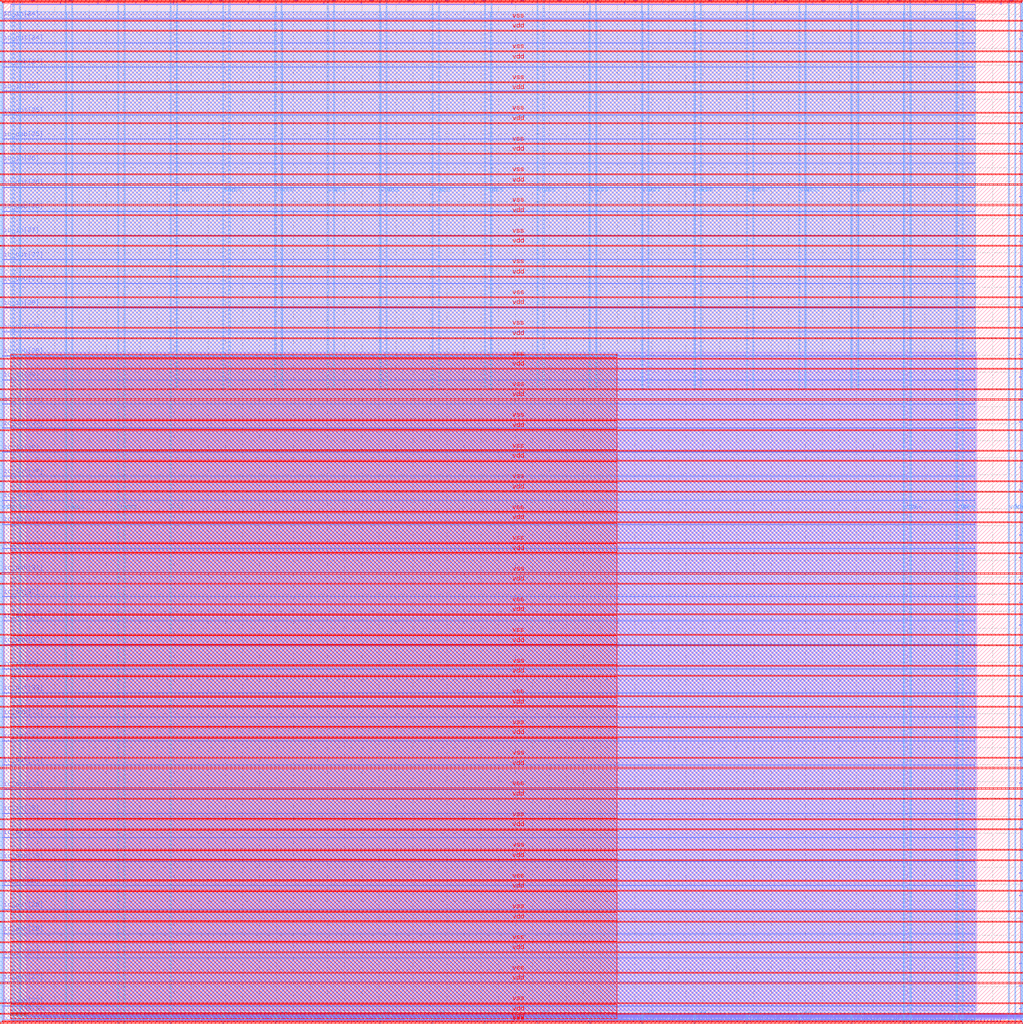
<source format=lef>
VERSION 5.7 ;
  NOWIREEXTENSIONATPIN ON ;
  DIVIDERCHAR "/" ;
  BUSBITCHARS "[]" ;
MACRO user_project_wrapper
  CLASS BLOCK ;
  FOREIGN user_project_wrapper ;
  ORIGIN 0.000 0.000 ;
  SIZE 2980.200 BY 2980.200 ;
  PIN io_in[0]
    DIRECTION INPUT ;
    USE SIGNAL ;
    PORT
      LAYER Metal3 ;
        RECT 2977.800 35.560 2985.000 36.680 ;
    END
  END io_in[0]
  PIN io_in[10]
    DIRECTION INPUT ;
    USE SIGNAL ;
    PORT
      LAYER Metal3 ;
        RECT 2977.800 2017.960 2985.000 2019.080 ;
    END
  END io_in[10]
  PIN io_in[11]
    DIRECTION INPUT ;
    USE SIGNAL ;
    PORT
      LAYER Metal3 ;
        RECT 2977.800 2216.200 2985.000 2217.320 ;
    END
  END io_in[11]
  PIN io_in[12]
    DIRECTION INPUT ;
    USE SIGNAL ;
    PORT
      LAYER Metal3 ;
        RECT 2977.800 2414.440 2985.000 2415.560 ;
    END
  END io_in[12]
  PIN io_in[13]
    DIRECTION INPUT ;
    USE SIGNAL ;
    PORT
      LAYER Metal3 ;
        RECT 2977.800 2612.680 2985.000 2613.800 ;
    END
  END io_in[13]
  PIN io_in[14]
    DIRECTION INPUT ;
    USE SIGNAL ;
    PORT
      LAYER Metal3 ;
        RECT 2977.800 2810.920 2985.000 2812.040 ;
    END
  END io_in[14]
  PIN io_in[15]
    DIRECTION INPUT ;
    USE SIGNAL ;
    PORT
      LAYER Metal2 ;
        RECT 2923.480 2977.800 2924.600 2985.000 ;
    END
  END io_in[15]
  PIN io_in[16]
    DIRECTION INPUT ;
    USE SIGNAL ;
    PORT
      LAYER Metal2 ;
        RECT 2592.520 2977.800 2593.640 2985.000 ;
    END
  END io_in[16]
  PIN io_in[17]
    DIRECTION INPUT ;
    USE SIGNAL ;
    PORT
      LAYER Metal2 ;
        RECT 2261.560 2977.800 2262.680 2985.000 ;
    END
  END io_in[17]
  PIN io_in[18]
    DIRECTION INPUT ;
    USE SIGNAL ;
    PORT
      LAYER Metal2 ;
        RECT 1930.600 2977.800 1931.720 2985.000 ;
    END
  END io_in[18]
  PIN io_in[19]
    DIRECTION INPUT ;
    USE SIGNAL ;
    PORT
      LAYER Metal2 ;
        RECT 1599.640 2977.800 1600.760 2985.000 ;
    END
  END io_in[19]
  PIN io_in[1]
    DIRECTION INPUT ;
    USE SIGNAL ;
    PORT
      LAYER Metal3 ;
        RECT 2977.800 233.800 2985.000 234.920 ;
    END
  END io_in[1]
  PIN io_in[20]
    DIRECTION INPUT ;
    USE SIGNAL ;
    PORT
      LAYER Metal2 ;
        RECT 1268.680 2977.800 1269.800 2985.000 ;
    END
  END io_in[20]
  PIN io_in[21]
    DIRECTION INPUT ;
    USE SIGNAL ;
    PORT
      LAYER Metal2 ;
        RECT 937.720 2977.800 938.840 2985.000 ;
    END
  END io_in[21]
  PIN io_in[22]
    DIRECTION INPUT ;
    USE SIGNAL ;
    PORT
      LAYER Metal2 ;
        RECT 606.760 2977.800 607.880 2985.000 ;
    END
  END io_in[22]
  PIN io_in[23]
    DIRECTION INPUT ;
    USE SIGNAL ;
    PORT
      LAYER Metal2 ;
        RECT 275.800 2977.800 276.920 2985.000 ;
    END
  END io_in[23]
  PIN io_in[24]
    DIRECTION INPUT ;
    USE SIGNAL ;
    PORT
      LAYER Metal3 ;
        RECT -4.800 2935.800 2.400 2936.920 ;
    END
  END io_in[24]
  PIN io_in[25]
    DIRECTION INPUT ;
    USE SIGNAL ;
    PORT
      LAYER Metal3 ;
        RECT -4.800 2724.120 2.400 2725.240 ;
    END
  END io_in[25]
  PIN io_in[26]
    DIRECTION INPUT ;
    USE SIGNAL ;
    PORT
      LAYER Metal3 ;
        RECT -4.800 2512.440 2.400 2513.560 ;
    END
  END io_in[26]
  PIN io_in[27]
    DIRECTION INPUT ;
    USE SIGNAL ;
    PORT
      LAYER Metal3 ;
        RECT -4.800 2300.760 2.400 2301.880 ;
    END
  END io_in[27]
  PIN io_in[28]
    DIRECTION INPUT ;
    USE SIGNAL ;
    PORT
      LAYER Metal3 ;
        RECT -4.800 2089.080 2.400 2090.200 ;
    END
  END io_in[28]
  PIN io_in[29]
    DIRECTION INPUT ;
    USE SIGNAL ;
    PORT
      LAYER Metal3 ;
        RECT -4.800 1877.400 2.400 1878.520 ;
    END
  END io_in[29]
  PIN io_in[2]
    DIRECTION INPUT ;
    USE SIGNAL ;
    PORT
      LAYER Metal3 ;
        RECT 2977.800 432.040 2985.000 433.160 ;
    END
  END io_in[2]
  PIN io_in[30]
    DIRECTION INPUT ;
    USE SIGNAL ;
    PORT
      LAYER Metal3 ;
        RECT -4.800 1665.720 2.400 1666.840 ;
    END
  END io_in[30]
  PIN io_in[31]
    DIRECTION INPUT ;
    USE SIGNAL ;
    PORT
      LAYER Metal3 ;
        RECT -4.800 1454.040 2.400 1455.160 ;
    END
  END io_in[31]
  PIN io_in[32]
    DIRECTION INPUT ;
    USE SIGNAL ;
    PORT
      LAYER Metal3 ;
        RECT -4.800 1242.360 2.400 1243.480 ;
    END
  END io_in[32]
  PIN io_in[33]
    DIRECTION INPUT ;
    USE SIGNAL ;
    PORT
      LAYER Metal3 ;
        RECT -4.800 1030.680 2.400 1031.800 ;
    END
  END io_in[33]
  PIN io_in[34]
    DIRECTION INPUT ;
    USE SIGNAL ;
    PORT
      LAYER Metal3 ;
        RECT -4.800 819.000 2.400 820.120 ;
    END
  END io_in[34]
  PIN io_in[35]
    DIRECTION INPUT ;
    USE SIGNAL ;
    PORT
      LAYER Metal3 ;
        RECT -4.800 607.320 2.400 608.440 ;
    END
  END io_in[35]
  PIN io_in[36]
    DIRECTION INPUT ;
    USE SIGNAL ;
    PORT
      LAYER Metal3 ;
        RECT -4.800 395.640 2.400 396.760 ;
    END
  END io_in[36]
  PIN io_in[37]
    DIRECTION INPUT ;
    USE SIGNAL ;
    PORT
      LAYER Metal3 ;
        RECT -4.800 183.960 2.400 185.080 ;
    END
  END io_in[37]
  PIN io_in[3]
    DIRECTION INPUT ;
    USE SIGNAL ;
    PORT
      LAYER Metal3 ;
        RECT 2977.800 630.280 2985.000 631.400 ;
    END
  END io_in[3]
  PIN io_in[4]
    DIRECTION INPUT ;
    USE SIGNAL ;
    PORT
      LAYER Metal3 ;
        RECT 2977.800 828.520 2985.000 829.640 ;
    END
  END io_in[4]
  PIN io_in[5]
    DIRECTION INPUT ;
    USE SIGNAL ;
    PORT
      LAYER Metal3 ;
        RECT 2977.800 1026.760 2985.000 1027.880 ;
    END
  END io_in[5]
  PIN io_in[6]
    DIRECTION INPUT ;
    USE SIGNAL ;
    PORT
      LAYER Metal3 ;
        RECT 2977.800 1225.000 2985.000 1226.120 ;
    END
  END io_in[6]
  PIN io_in[7]
    DIRECTION INPUT ;
    USE SIGNAL ;
    PORT
      LAYER Metal3 ;
        RECT 2977.800 1423.240 2985.000 1424.360 ;
    END
  END io_in[7]
  PIN io_in[8]
    DIRECTION INPUT ;
    USE SIGNAL ;
    PORT
      LAYER Metal3 ;
        RECT 2977.800 1621.480 2985.000 1622.600 ;
    END
  END io_in[8]
  PIN io_in[9]
    DIRECTION INPUT ;
    USE SIGNAL ;
    PORT
      LAYER Metal3 ;
        RECT 2977.800 1819.720 2985.000 1820.840 ;
    END
  END io_in[9]
  PIN io_oeb[0]
    DIRECTION OUTPUT TRISTATE ;
    USE SIGNAL ;
    PORT
      LAYER Metal3 ;
        RECT 2977.800 167.720 2985.000 168.840 ;
    END
  END io_oeb[0]
  PIN io_oeb[10]
    DIRECTION OUTPUT TRISTATE ;
    USE SIGNAL ;
    PORT
      LAYER Metal3 ;
        RECT 2977.800 2150.120 2985.000 2151.240 ;
    END
  END io_oeb[10]
  PIN io_oeb[11]
    DIRECTION OUTPUT TRISTATE ;
    USE SIGNAL ;
    PORT
      LAYER Metal3 ;
        RECT 2977.800 2348.360 2985.000 2349.480 ;
    END
  END io_oeb[11]
  PIN io_oeb[12]
    DIRECTION OUTPUT TRISTATE ;
    USE SIGNAL ;
    PORT
      LAYER Metal3 ;
        RECT 2977.800 2546.600 2985.000 2547.720 ;
    END
  END io_oeb[12]
  PIN io_oeb[13]
    DIRECTION OUTPUT TRISTATE ;
    USE SIGNAL ;
    PORT
      LAYER Metal3 ;
        RECT 2977.800 2744.840 2985.000 2745.960 ;
    END
  END io_oeb[13]
  PIN io_oeb[14]
    DIRECTION OUTPUT TRISTATE ;
    USE SIGNAL ;
    PORT
      LAYER Metal3 ;
        RECT 2977.800 2943.080 2985.000 2944.200 ;
    END
  END io_oeb[14]
  PIN io_oeb[15]
    DIRECTION OUTPUT TRISTATE ;
    USE SIGNAL ;
    PORT
      LAYER Metal2 ;
        RECT 2702.840 2977.800 2703.960 2985.000 ;
    END
  END io_oeb[15]
  PIN io_oeb[16]
    DIRECTION OUTPUT TRISTATE ;
    USE SIGNAL ;
    PORT
      LAYER Metal2 ;
        RECT 2371.880 2977.800 2373.000 2985.000 ;
    END
  END io_oeb[16]
  PIN io_oeb[17]
    DIRECTION OUTPUT TRISTATE ;
    USE SIGNAL ;
    PORT
      LAYER Metal2 ;
        RECT 2040.920 2977.800 2042.040 2985.000 ;
    END
  END io_oeb[17]
  PIN io_oeb[18]
    DIRECTION OUTPUT TRISTATE ;
    USE SIGNAL ;
    PORT
      LAYER Metal2 ;
        RECT 1709.960 2977.800 1711.080 2985.000 ;
    END
  END io_oeb[18]
  PIN io_oeb[19]
    DIRECTION OUTPUT TRISTATE ;
    USE SIGNAL ;
    PORT
      LAYER Metal2 ;
        RECT 1379.000 2977.800 1380.120 2985.000 ;
    END
  END io_oeb[19]
  PIN io_oeb[1]
    DIRECTION OUTPUT TRISTATE ;
    USE SIGNAL ;
    PORT
      LAYER Metal3 ;
        RECT 2977.800 365.960 2985.000 367.080 ;
    END
  END io_oeb[1]
  PIN io_oeb[20]
    DIRECTION OUTPUT TRISTATE ;
    USE SIGNAL ;
    PORT
      LAYER Metal2 ;
        RECT 1048.040 2977.800 1049.160 2985.000 ;
    END
  END io_oeb[20]
  PIN io_oeb[21]
    DIRECTION OUTPUT TRISTATE ;
    USE SIGNAL ;
    PORT
      LAYER Metal2 ;
        RECT 717.080 2977.800 718.200 2985.000 ;
    END
  END io_oeb[21]
  PIN io_oeb[22]
    DIRECTION OUTPUT TRISTATE ;
    USE SIGNAL ;
    PORT
      LAYER Metal2 ;
        RECT 386.120 2977.800 387.240 2985.000 ;
    END
  END io_oeb[22]
  PIN io_oeb[23]
    DIRECTION OUTPUT TRISTATE ;
    USE SIGNAL ;
    PORT
      LAYER Metal2 ;
        RECT 55.160 2977.800 56.280 2985.000 ;
    END
  END io_oeb[23]
  PIN io_oeb[24]
    DIRECTION OUTPUT TRISTATE ;
    USE SIGNAL ;
    PORT
      LAYER Metal3 ;
        RECT -4.800 2794.680 2.400 2795.800 ;
    END
  END io_oeb[24]
  PIN io_oeb[25]
    DIRECTION OUTPUT TRISTATE ;
    USE SIGNAL ;
    PORT
      LAYER Metal3 ;
        RECT -4.800 2583.000 2.400 2584.120 ;
    END
  END io_oeb[25]
  PIN io_oeb[26]
    DIRECTION OUTPUT TRISTATE ;
    USE SIGNAL ;
    PORT
      LAYER Metal3 ;
        RECT -4.800 2371.320 2.400 2372.440 ;
    END
  END io_oeb[26]
  PIN io_oeb[27]
    DIRECTION OUTPUT TRISTATE ;
    USE SIGNAL ;
    PORT
      LAYER Metal3 ;
        RECT -4.800 2159.640 2.400 2160.760 ;
    END
  END io_oeb[27]
  PIN io_oeb[28]
    DIRECTION OUTPUT TRISTATE ;
    USE SIGNAL ;
    PORT
      LAYER Metal3 ;
        RECT -4.800 1947.960 2.400 1949.080 ;
    END
  END io_oeb[28]
  PIN io_oeb[29]
    DIRECTION OUTPUT TRISTATE ;
    USE SIGNAL ;
    PORT
      LAYER Metal3 ;
        RECT -4.800 1736.280 2.400 1737.400 ;
    END
  END io_oeb[29]
  PIN io_oeb[2]
    DIRECTION OUTPUT TRISTATE ;
    USE SIGNAL ;
    PORT
      LAYER Metal3 ;
        RECT 2977.800 564.200 2985.000 565.320 ;
    END
  END io_oeb[2]
  PIN io_oeb[30]
    DIRECTION OUTPUT TRISTATE ;
    USE SIGNAL ;
    PORT
      LAYER Metal3 ;
        RECT -4.800 1524.600 2.400 1525.720 ;
    END
  END io_oeb[30]
  PIN io_oeb[31]
    DIRECTION OUTPUT TRISTATE ;
    USE SIGNAL ;
    PORT
      LAYER Metal3 ;
        RECT -4.800 1312.920 2.400 1314.040 ;
    END
  END io_oeb[31]
  PIN io_oeb[32]
    DIRECTION OUTPUT TRISTATE ;
    USE SIGNAL ;
    PORT
      LAYER Metal3 ;
        RECT -4.800 1101.240 2.400 1102.360 ;
    END
  END io_oeb[32]
  PIN io_oeb[33]
    DIRECTION OUTPUT TRISTATE ;
    USE SIGNAL ;
    PORT
      LAYER Metal3 ;
        RECT -4.800 889.560 2.400 890.680 ;
    END
  END io_oeb[33]
  PIN io_oeb[34]
    DIRECTION OUTPUT TRISTATE ;
    USE SIGNAL ;
    PORT
      LAYER Metal3 ;
        RECT -4.800 677.880 2.400 679.000 ;
    END
  END io_oeb[34]
  PIN io_oeb[35]
    DIRECTION OUTPUT TRISTATE ;
    USE SIGNAL ;
    PORT
      LAYER Metal3 ;
        RECT -4.800 466.200 2.400 467.320 ;
    END
  END io_oeb[35]
  PIN io_oeb[36]
    DIRECTION OUTPUT TRISTATE ;
    USE SIGNAL ;
    PORT
      LAYER Metal3 ;
        RECT -4.800 254.520 2.400 255.640 ;
    END
  END io_oeb[36]
  PIN io_oeb[37]
    DIRECTION OUTPUT TRISTATE ;
    USE SIGNAL ;
    PORT
      LAYER Metal3 ;
        RECT -4.800 42.840 2.400 43.960 ;
    END
  END io_oeb[37]
  PIN io_oeb[3]
    DIRECTION OUTPUT TRISTATE ;
    USE SIGNAL ;
    PORT
      LAYER Metal3 ;
        RECT 2977.800 762.440 2985.000 763.560 ;
    END
  END io_oeb[3]
  PIN io_oeb[4]
    DIRECTION OUTPUT TRISTATE ;
    USE SIGNAL ;
    PORT
      LAYER Metal3 ;
        RECT 2977.800 960.680 2985.000 961.800 ;
    END
  END io_oeb[4]
  PIN io_oeb[5]
    DIRECTION OUTPUT TRISTATE ;
    USE SIGNAL ;
    PORT
      LAYER Metal3 ;
        RECT 2977.800 1158.920 2985.000 1160.040 ;
    END
  END io_oeb[5]
  PIN io_oeb[6]
    DIRECTION OUTPUT TRISTATE ;
    USE SIGNAL ;
    PORT
      LAYER Metal3 ;
        RECT 2977.800 1357.160 2985.000 1358.280 ;
    END
  END io_oeb[6]
  PIN io_oeb[7]
    DIRECTION OUTPUT TRISTATE ;
    USE SIGNAL ;
    PORT
      LAYER Metal3 ;
        RECT 2977.800 1555.400 2985.000 1556.520 ;
    END
  END io_oeb[7]
  PIN io_oeb[8]
    DIRECTION OUTPUT TRISTATE ;
    USE SIGNAL ;
    PORT
      LAYER Metal3 ;
        RECT 2977.800 1753.640 2985.000 1754.760 ;
    END
  END io_oeb[8]
  PIN io_oeb[9]
    DIRECTION OUTPUT TRISTATE ;
    USE SIGNAL ;
    PORT
      LAYER Metal3 ;
        RECT 2977.800 1951.880 2985.000 1953.000 ;
    END
  END io_oeb[9]
  PIN io_out[0]
    DIRECTION OUTPUT TRISTATE ;
    USE SIGNAL ;
    PORT
      LAYER Metal3 ;
        RECT 2977.800 101.640 2985.000 102.760 ;
    END
  END io_out[0]
  PIN io_out[10]
    DIRECTION OUTPUT TRISTATE ;
    USE SIGNAL ;
    PORT
      LAYER Metal3 ;
        RECT 2977.800 2084.040 2985.000 2085.160 ;
    END
  END io_out[10]
  PIN io_out[11]
    DIRECTION OUTPUT TRISTATE ;
    USE SIGNAL ;
    PORT
      LAYER Metal3 ;
        RECT 2977.800 2282.280 2985.000 2283.400 ;
    END
  END io_out[11]
  PIN io_out[12]
    DIRECTION OUTPUT TRISTATE ;
    USE SIGNAL ;
    PORT
      LAYER Metal3 ;
        RECT 2977.800 2480.520 2985.000 2481.640 ;
    END
  END io_out[12]
  PIN io_out[13]
    DIRECTION OUTPUT TRISTATE ;
    USE SIGNAL ;
    PORT
      LAYER Metal3 ;
        RECT 2977.800 2678.760 2985.000 2679.880 ;
    END
  END io_out[13]
  PIN io_out[14]
    DIRECTION OUTPUT TRISTATE ;
    USE SIGNAL ;
    PORT
      LAYER Metal3 ;
        RECT 2977.800 2877.000 2985.000 2878.120 ;
    END
  END io_out[14]
  PIN io_out[15]
    DIRECTION OUTPUT TRISTATE ;
    USE SIGNAL ;
    PORT
      LAYER Metal2 ;
        RECT 2813.160 2977.800 2814.280 2985.000 ;
    END
  END io_out[15]
  PIN io_out[16]
    DIRECTION OUTPUT TRISTATE ;
    USE SIGNAL ;
    PORT
      LAYER Metal2 ;
        RECT 2482.200 2977.800 2483.320 2985.000 ;
    END
  END io_out[16]
  PIN io_out[17]
    DIRECTION OUTPUT TRISTATE ;
    USE SIGNAL ;
    PORT
      LAYER Metal2 ;
        RECT 2151.240 2977.800 2152.360 2985.000 ;
    END
  END io_out[17]
  PIN io_out[18]
    DIRECTION OUTPUT TRISTATE ;
    USE SIGNAL ;
    PORT
      LAYER Metal2 ;
        RECT 1820.280 2977.800 1821.400 2985.000 ;
    END
  END io_out[18]
  PIN io_out[19]
    DIRECTION OUTPUT TRISTATE ;
    USE SIGNAL ;
    PORT
      LAYER Metal2 ;
        RECT 1489.320 2977.800 1490.440 2985.000 ;
    END
  END io_out[19]
  PIN io_out[1]
    DIRECTION OUTPUT TRISTATE ;
    USE SIGNAL ;
    PORT
      LAYER Metal3 ;
        RECT 2977.800 299.880 2985.000 301.000 ;
    END
  END io_out[1]
  PIN io_out[20]
    DIRECTION OUTPUT TRISTATE ;
    USE SIGNAL ;
    PORT
      LAYER Metal2 ;
        RECT 1158.360 2977.800 1159.480 2985.000 ;
    END
  END io_out[20]
  PIN io_out[21]
    DIRECTION OUTPUT TRISTATE ;
    USE SIGNAL ;
    PORT
      LAYER Metal2 ;
        RECT 827.400 2977.800 828.520 2985.000 ;
    END
  END io_out[21]
  PIN io_out[22]
    DIRECTION OUTPUT TRISTATE ;
    USE SIGNAL ;
    PORT
      LAYER Metal2 ;
        RECT 496.440 2977.800 497.560 2985.000 ;
    END
  END io_out[22]
  PIN io_out[23]
    DIRECTION OUTPUT TRISTATE ;
    USE SIGNAL ;
    PORT
      LAYER Metal2 ;
        RECT 165.480 2977.800 166.600 2985.000 ;
    END
  END io_out[23]
  PIN io_out[24]
    DIRECTION OUTPUT TRISTATE ;
    USE SIGNAL ;
    PORT
      LAYER Metal3 ;
        RECT -4.800 2865.240 2.400 2866.360 ;
    END
  END io_out[24]
  PIN io_out[25]
    DIRECTION OUTPUT TRISTATE ;
    USE SIGNAL ;
    PORT
      LAYER Metal3 ;
        RECT -4.800 2653.560 2.400 2654.680 ;
    END
  END io_out[25]
  PIN io_out[26]
    DIRECTION OUTPUT TRISTATE ;
    USE SIGNAL ;
    PORT
      LAYER Metal3 ;
        RECT -4.800 2441.880 2.400 2443.000 ;
    END
  END io_out[26]
  PIN io_out[27]
    DIRECTION OUTPUT TRISTATE ;
    USE SIGNAL ;
    PORT
      LAYER Metal3 ;
        RECT -4.800 2230.200 2.400 2231.320 ;
    END
  END io_out[27]
  PIN io_out[28]
    DIRECTION OUTPUT TRISTATE ;
    USE SIGNAL ;
    PORT
      LAYER Metal3 ;
        RECT -4.800 2018.520 2.400 2019.640 ;
    END
  END io_out[28]
  PIN io_out[29]
    DIRECTION OUTPUT TRISTATE ;
    USE SIGNAL ;
    PORT
      LAYER Metal3 ;
        RECT -4.800 1806.840 2.400 1807.960 ;
    END
  END io_out[29]
  PIN io_out[2]
    DIRECTION OUTPUT TRISTATE ;
    USE SIGNAL ;
    PORT
      LAYER Metal3 ;
        RECT 2977.800 498.120 2985.000 499.240 ;
    END
  END io_out[2]
  PIN io_out[30]
    DIRECTION OUTPUT TRISTATE ;
    USE SIGNAL ;
    PORT
      LAYER Metal3 ;
        RECT -4.800 1595.160 2.400 1596.280 ;
    END
  END io_out[30]
  PIN io_out[31]
    DIRECTION OUTPUT TRISTATE ;
    USE SIGNAL ;
    PORT
      LAYER Metal3 ;
        RECT -4.800 1383.480 2.400 1384.600 ;
    END
  END io_out[31]
  PIN io_out[32]
    DIRECTION OUTPUT TRISTATE ;
    USE SIGNAL ;
    PORT
      LAYER Metal3 ;
        RECT -4.800 1171.800 2.400 1172.920 ;
    END
  END io_out[32]
  PIN io_out[33]
    DIRECTION OUTPUT TRISTATE ;
    USE SIGNAL ;
    PORT
      LAYER Metal3 ;
        RECT -4.800 960.120 2.400 961.240 ;
    END
  END io_out[33]
  PIN io_out[34]
    DIRECTION OUTPUT TRISTATE ;
    USE SIGNAL ;
    PORT
      LAYER Metal3 ;
        RECT -4.800 748.440 2.400 749.560 ;
    END
  END io_out[34]
  PIN io_out[35]
    DIRECTION OUTPUT TRISTATE ;
    USE SIGNAL ;
    PORT
      LAYER Metal3 ;
        RECT -4.800 536.760 2.400 537.880 ;
    END
  END io_out[35]
  PIN io_out[36]
    DIRECTION OUTPUT TRISTATE ;
    USE SIGNAL ;
    PORT
      LAYER Metal3 ;
        RECT -4.800 325.080 2.400 326.200 ;
    END
  END io_out[36]
  PIN io_out[37]
    DIRECTION OUTPUT TRISTATE ;
    USE SIGNAL ;
    PORT
      LAYER Metal3 ;
        RECT -4.800 113.400 2.400 114.520 ;
    END
  END io_out[37]
  PIN io_out[3]
    DIRECTION OUTPUT TRISTATE ;
    USE SIGNAL ;
    PORT
      LAYER Metal3 ;
        RECT 2977.800 696.360 2985.000 697.480 ;
    END
  END io_out[3]
  PIN io_out[4]
    DIRECTION OUTPUT TRISTATE ;
    USE SIGNAL ;
    PORT
      LAYER Metal3 ;
        RECT 2977.800 894.600 2985.000 895.720 ;
    END
  END io_out[4]
  PIN io_out[5]
    DIRECTION OUTPUT TRISTATE ;
    USE SIGNAL ;
    PORT
      LAYER Metal3 ;
        RECT 2977.800 1092.840 2985.000 1093.960 ;
    END
  END io_out[5]
  PIN io_out[6]
    DIRECTION OUTPUT TRISTATE ;
    USE SIGNAL ;
    PORT
      LAYER Metal3 ;
        RECT 2977.800 1291.080 2985.000 1292.200 ;
    END
  END io_out[6]
  PIN io_out[7]
    DIRECTION OUTPUT TRISTATE ;
    USE SIGNAL ;
    PORT
      LAYER Metal3 ;
        RECT 2977.800 1489.320 2985.000 1490.440 ;
    END
  END io_out[7]
  PIN io_out[8]
    DIRECTION OUTPUT TRISTATE ;
    USE SIGNAL ;
    PORT
      LAYER Metal3 ;
        RECT 2977.800 1687.560 2985.000 1688.680 ;
    END
  END io_out[8]
  PIN io_out[9]
    DIRECTION OUTPUT TRISTATE ;
    USE SIGNAL ;
    PORT
      LAYER Metal3 ;
        RECT 2977.800 1885.800 2985.000 1886.920 ;
    END
  END io_out[9]
  PIN la_data_in[0]
    DIRECTION INPUT ;
    USE SIGNAL ;
    PORT
      LAYER Metal2 ;
        RECT 1065.960 -4.800 1067.080 2.400 ;
    END
  END la_data_in[0]
  PIN la_data_in[10]
    DIRECTION INPUT ;
    USE SIGNAL ;
    PORT
      LAYER Metal2 ;
        RECT 1351.560 -4.800 1352.680 2.400 ;
    END
  END la_data_in[10]
  PIN la_data_in[11]
    DIRECTION INPUT ;
    USE SIGNAL ;
    PORT
      LAYER Metal2 ;
        RECT 1380.120 -4.800 1381.240 2.400 ;
    END
  END la_data_in[11]
  PIN la_data_in[12]
    DIRECTION INPUT ;
    USE SIGNAL ;
    PORT
      LAYER Metal2 ;
        RECT 1408.680 -4.800 1409.800 2.400 ;
    END
  END la_data_in[12]
  PIN la_data_in[13]
    DIRECTION INPUT ;
    USE SIGNAL ;
    PORT
      LAYER Metal2 ;
        RECT 1437.240 -4.800 1438.360 2.400 ;
    END
  END la_data_in[13]
  PIN la_data_in[14]
    DIRECTION INPUT ;
    USE SIGNAL ;
    PORT
      LAYER Metal2 ;
        RECT 1465.800 -4.800 1466.920 2.400 ;
    END
  END la_data_in[14]
  PIN la_data_in[15]
    DIRECTION INPUT ;
    USE SIGNAL ;
    PORT
      LAYER Metal2 ;
        RECT 1494.360 -4.800 1495.480 2.400 ;
    END
  END la_data_in[15]
  PIN la_data_in[16]
    DIRECTION INPUT ;
    USE SIGNAL ;
    PORT
      LAYER Metal2 ;
        RECT 1522.920 -4.800 1524.040 2.400 ;
    END
  END la_data_in[16]
  PIN la_data_in[17]
    DIRECTION INPUT ;
    USE SIGNAL ;
    PORT
      LAYER Metal2 ;
        RECT 1551.480 -4.800 1552.600 2.400 ;
    END
  END la_data_in[17]
  PIN la_data_in[18]
    DIRECTION INPUT ;
    USE SIGNAL ;
    PORT
      LAYER Metal2 ;
        RECT 1580.040 -4.800 1581.160 2.400 ;
    END
  END la_data_in[18]
  PIN la_data_in[19]
    DIRECTION INPUT ;
    USE SIGNAL ;
    PORT
      LAYER Metal2 ;
        RECT 1608.600 -4.800 1609.720 2.400 ;
    END
  END la_data_in[19]
  PIN la_data_in[1]
    DIRECTION INPUT ;
    USE SIGNAL ;
    PORT
      LAYER Metal2 ;
        RECT 1094.520 -4.800 1095.640 2.400 ;
    END
  END la_data_in[1]
  PIN la_data_in[20]
    DIRECTION INPUT ;
    USE SIGNAL ;
    PORT
      LAYER Metal2 ;
        RECT 1637.160 -4.800 1638.280 2.400 ;
    END
  END la_data_in[20]
  PIN la_data_in[21]
    DIRECTION INPUT ;
    USE SIGNAL ;
    PORT
      LAYER Metal2 ;
        RECT 1665.720 -4.800 1666.840 2.400 ;
    END
  END la_data_in[21]
  PIN la_data_in[22]
    DIRECTION INPUT ;
    USE SIGNAL ;
    PORT
      LAYER Metal2 ;
        RECT 1694.280 -4.800 1695.400 2.400 ;
    END
  END la_data_in[22]
  PIN la_data_in[23]
    DIRECTION INPUT ;
    USE SIGNAL ;
    PORT
      LAYER Metal2 ;
        RECT 1722.840 -4.800 1723.960 2.400 ;
    END
  END la_data_in[23]
  PIN la_data_in[24]
    DIRECTION INPUT ;
    USE SIGNAL ;
    PORT
      LAYER Metal2 ;
        RECT 1751.400 -4.800 1752.520 2.400 ;
    END
  END la_data_in[24]
  PIN la_data_in[25]
    DIRECTION INPUT ;
    USE SIGNAL ;
    PORT
      LAYER Metal2 ;
        RECT 1779.960 -4.800 1781.080 2.400 ;
    END
  END la_data_in[25]
  PIN la_data_in[26]
    DIRECTION INPUT ;
    USE SIGNAL ;
    PORT
      LAYER Metal2 ;
        RECT 1808.520 -4.800 1809.640 2.400 ;
    END
  END la_data_in[26]
  PIN la_data_in[27]
    DIRECTION INPUT ;
    USE SIGNAL ;
    PORT
      LAYER Metal2 ;
        RECT 1837.080 -4.800 1838.200 2.400 ;
    END
  END la_data_in[27]
  PIN la_data_in[28]
    DIRECTION INPUT ;
    USE SIGNAL ;
    PORT
      LAYER Metal2 ;
        RECT 1865.640 -4.800 1866.760 2.400 ;
    END
  END la_data_in[28]
  PIN la_data_in[29]
    DIRECTION INPUT ;
    USE SIGNAL ;
    PORT
      LAYER Metal2 ;
        RECT 1894.200 -4.800 1895.320 2.400 ;
    END
  END la_data_in[29]
  PIN la_data_in[2]
    DIRECTION INPUT ;
    USE SIGNAL ;
    PORT
      LAYER Metal2 ;
        RECT 1123.080 -4.800 1124.200 2.400 ;
    END
  END la_data_in[2]
  PIN la_data_in[30]
    DIRECTION INPUT ;
    USE SIGNAL ;
    PORT
      LAYER Metal2 ;
        RECT 1922.760 -4.800 1923.880 2.400 ;
    END
  END la_data_in[30]
  PIN la_data_in[31]
    DIRECTION INPUT ;
    USE SIGNAL ;
    PORT
      LAYER Metal2 ;
        RECT 1951.320 -4.800 1952.440 2.400 ;
    END
  END la_data_in[31]
  PIN la_data_in[32]
    DIRECTION INPUT ;
    USE SIGNAL ;
    PORT
      LAYER Metal2 ;
        RECT 1979.880 -4.800 1981.000 2.400 ;
    END
  END la_data_in[32]
  PIN la_data_in[33]
    DIRECTION INPUT ;
    USE SIGNAL ;
    PORT
      LAYER Metal2 ;
        RECT 2008.440 -4.800 2009.560 2.400 ;
    END
  END la_data_in[33]
  PIN la_data_in[34]
    DIRECTION INPUT ;
    USE SIGNAL ;
    PORT
      LAYER Metal2 ;
        RECT 2037.000 -4.800 2038.120 2.400 ;
    END
  END la_data_in[34]
  PIN la_data_in[35]
    DIRECTION INPUT ;
    USE SIGNAL ;
    PORT
      LAYER Metal2 ;
        RECT 2065.560 -4.800 2066.680 2.400 ;
    END
  END la_data_in[35]
  PIN la_data_in[36]
    DIRECTION INPUT ;
    USE SIGNAL ;
    PORT
      LAYER Metal2 ;
        RECT 2094.120 -4.800 2095.240 2.400 ;
    END
  END la_data_in[36]
  PIN la_data_in[37]
    DIRECTION INPUT ;
    USE SIGNAL ;
    PORT
      LAYER Metal2 ;
        RECT 2122.680 -4.800 2123.800 2.400 ;
    END
  END la_data_in[37]
  PIN la_data_in[38]
    DIRECTION INPUT ;
    USE SIGNAL ;
    PORT
      LAYER Metal2 ;
        RECT 2151.240 -4.800 2152.360 2.400 ;
    END
  END la_data_in[38]
  PIN la_data_in[39]
    DIRECTION INPUT ;
    USE SIGNAL ;
    PORT
      LAYER Metal2 ;
        RECT 2179.800 -4.800 2180.920 2.400 ;
    END
  END la_data_in[39]
  PIN la_data_in[3]
    DIRECTION INPUT ;
    USE SIGNAL ;
    PORT
      LAYER Metal2 ;
        RECT 1151.640 -4.800 1152.760 2.400 ;
    END
  END la_data_in[3]
  PIN la_data_in[40]
    DIRECTION INPUT ;
    USE SIGNAL ;
    PORT
      LAYER Metal2 ;
        RECT 2208.360 -4.800 2209.480 2.400 ;
    END
  END la_data_in[40]
  PIN la_data_in[41]
    DIRECTION INPUT ;
    USE SIGNAL ;
    PORT
      LAYER Metal2 ;
        RECT 2236.920 -4.800 2238.040 2.400 ;
    END
  END la_data_in[41]
  PIN la_data_in[42]
    DIRECTION INPUT ;
    USE SIGNAL ;
    PORT
      LAYER Metal2 ;
        RECT 2265.480 -4.800 2266.600 2.400 ;
    END
  END la_data_in[42]
  PIN la_data_in[43]
    DIRECTION INPUT ;
    USE SIGNAL ;
    PORT
      LAYER Metal2 ;
        RECT 2294.040 -4.800 2295.160 2.400 ;
    END
  END la_data_in[43]
  PIN la_data_in[44]
    DIRECTION INPUT ;
    USE SIGNAL ;
    PORT
      LAYER Metal2 ;
        RECT 2322.600 -4.800 2323.720 2.400 ;
    END
  END la_data_in[44]
  PIN la_data_in[45]
    DIRECTION INPUT ;
    USE SIGNAL ;
    PORT
      LAYER Metal2 ;
        RECT 2351.160 -4.800 2352.280 2.400 ;
    END
  END la_data_in[45]
  PIN la_data_in[46]
    DIRECTION INPUT ;
    USE SIGNAL ;
    PORT
      LAYER Metal2 ;
        RECT 2379.720 -4.800 2380.840 2.400 ;
    END
  END la_data_in[46]
  PIN la_data_in[47]
    DIRECTION INPUT ;
    USE SIGNAL ;
    PORT
      LAYER Metal2 ;
        RECT 2408.280 -4.800 2409.400 2.400 ;
    END
  END la_data_in[47]
  PIN la_data_in[48]
    DIRECTION INPUT ;
    USE SIGNAL ;
    PORT
      LAYER Metal2 ;
        RECT 2436.840 -4.800 2437.960 2.400 ;
    END
  END la_data_in[48]
  PIN la_data_in[49]
    DIRECTION INPUT ;
    USE SIGNAL ;
    PORT
      LAYER Metal2 ;
        RECT 2465.400 -4.800 2466.520 2.400 ;
    END
  END la_data_in[49]
  PIN la_data_in[4]
    DIRECTION INPUT ;
    USE SIGNAL ;
    PORT
      LAYER Metal2 ;
        RECT 1180.200 -4.800 1181.320 2.400 ;
    END
  END la_data_in[4]
  PIN la_data_in[50]
    DIRECTION INPUT ;
    USE SIGNAL ;
    PORT
      LAYER Metal2 ;
        RECT 2493.960 -4.800 2495.080 2.400 ;
    END
  END la_data_in[50]
  PIN la_data_in[51]
    DIRECTION INPUT ;
    USE SIGNAL ;
    PORT
      LAYER Metal2 ;
        RECT 2522.520 -4.800 2523.640 2.400 ;
    END
  END la_data_in[51]
  PIN la_data_in[52]
    DIRECTION INPUT ;
    USE SIGNAL ;
    PORT
      LAYER Metal2 ;
        RECT 2551.080 -4.800 2552.200 2.400 ;
    END
  END la_data_in[52]
  PIN la_data_in[53]
    DIRECTION INPUT ;
    USE SIGNAL ;
    PORT
      LAYER Metal2 ;
        RECT 2579.640 -4.800 2580.760 2.400 ;
    END
  END la_data_in[53]
  PIN la_data_in[54]
    DIRECTION INPUT ;
    USE SIGNAL ;
    PORT
      LAYER Metal2 ;
        RECT 2608.200 -4.800 2609.320 2.400 ;
    END
  END la_data_in[54]
  PIN la_data_in[55]
    DIRECTION INPUT ;
    USE SIGNAL ;
    PORT
      LAYER Metal2 ;
        RECT 2636.760 -4.800 2637.880 2.400 ;
    END
  END la_data_in[55]
  PIN la_data_in[56]
    DIRECTION INPUT ;
    USE SIGNAL ;
    PORT
      LAYER Metal2 ;
        RECT 2665.320 -4.800 2666.440 2.400 ;
    END
  END la_data_in[56]
  PIN la_data_in[57]
    DIRECTION INPUT ;
    USE SIGNAL ;
    PORT
      LAYER Metal2 ;
        RECT 2693.880 -4.800 2695.000 2.400 ;
    END
  END la_data_in[57]
  PIN la_data_in[58]
    DIRECTION INPUT ;
    USE SIGNAL ;
    PORT
      LAYER Metal2 ;
        RECT 2722.440 -4.800 2723.560 2.400 ;
    END
  END la_data_in[58]
  PIN la_data_in[59]
    DIRECTION INPUT ;
    USE SIGNAL ;
    PORT
      LAYER Metal2 ;
        RECT 2751.000 -4.800 2752.120 2.400 ;
    END
  END la_data_in[59]
  PIN la_data_in[5]
    DIRECTION INPUT ;
    USE SIGNAL ;
    PORT
      LAYER Metal2 ;
        RECT 1208.760 -4.800 1209.880 2.400 ;
    END
  END la_data_in[5]
  PIN la_data_in[60]
    DIRECTION INPUT ;
    USE SIGNAL ;
    PORT
      LAYER Metal2 ;
        RECT 2779.560 -4.800 2780.680 2.400 ;
    END
  END la_data_in[60]
  PIN la_data_in[61]
    DIRECTION INPUT ;
    USE SIGNAL ;
    PORT
      LAYER Metal2 ;
        RECT 2808.120 -4.800 2809.240 2.400 ;
    END
  END la_data_in[61]
  PIN la_data_in[62]
    DIRECTION INPUT ;
    USE SIGNAL ;
    PORT
      LAYER Metal2 ;
        RECT 2836.680 -4.800 2837.800 2.400 ;
    END
  END la_data_in[62]
  PIN la_data_in[63]
    DIRECTION INPUT ;
    USE SIGNAL ;
    PORT
      LAYER Metal2 ;
        RECT 2865.240 -4.800 2866.360 2.400 ;
    END
  END la_data_in[63]
  PIN la_data_in[6]
    DIRECTION INPUT ;
    USE SIGNAL ;
    PORT
      LAYER Metal2 ;
        RECT 1237.320 -4.800 1238.440 2.400 ;
    END
  END la_data_in[6]
  PIN la_data_in[7]
    DIRECTION INPUT ;
    USE SIGNAL ;
    PORT
      LAYER Metal2 ;
        RECT 1265.880 -4.800 1267.000 2.400 ;
    END
  END la_data_in[7]
  PIN la_data_in[8]
    DIRECTION INPUT ;
    USE SIGNAL ;
    PORT
      LAYER Metal2 ;
        RECT 1294.440 -4.800 1295.560 2.400 ;
    END
  END la_data_in[8]
  PIN la_data_in[9]
    DIRECTION INPUT ;
    USE SIGNAL ;
    PORT
      LAYER Metal2 ;
        RECT 1323.000 -4.800 1324.120 2.400 ;
    END
  END la_data_in[9]
  PIN la_data_out[0]
    DIRECTION OUTPUT TRISTATE ;
    USE SIGNAL ;
    PORT
      LAYER Metal2 ;
        RECT 1075.480 -4.800 1076.600 2.400 ;
    END
  END la_data_out[0]
  PIN la_data_out[10]
    DIRECTION OUTPUT TRISTATE ;
    USE SIGNAL ;
    PORT
      LAYER Metal2 ;
        RECT 1361.080 -4.800 1362.200 2.400 ;
    END
  END la_data_out[10]
  PIN la_data_out[11]
    DIRECTION OUTPUT TRISTATE ;
    USE SIGNAL ;
    PORT
      LAYER Metal2 ;
        RECT 1389.640 -4.800 1390.760 2.400 ;
    END
  END la_data_out[11]
  PIN la_data_out[12]
    DIRECTION OUTPUT TRISTATE ;
    USE SIGNAL ;
    PORT
      LAYER Metal2 ;
        RECT 1418.200 -4.800 1419.320 2.400 ;
    END
  END la_data_out[12]
  PIN la_data_out[13]
    DIRECTION OUTPUT TRISTATE ;
    USE SIGNAL ;
    PORT
      LAYER Metal2 ;
        RECT 1446.760 -4.800 1447.880 2.400 ;
    END
  END la_data_out[13]
  PIN la_data_out[14]
    DIRECTION OUTPUT TRISTATE ;
    USE SIGNAL ;
    PORT
      LAYER Metal2 ;
        RECT 1475.320 -4.800 1476.440 2.400 ;
    END
  END la_data_out[14]
  PIN la_data_out[15]
    DIRECTION OUTPUT TRISTATE ;
    USE SIGNAL ;
    PORT
      LAYER Metal2 ;
        RECT 1503.880 -4.800 1505.000 2.400 ;
    END
  END la_data_out[15]
  PIN la_data_out[16]
    DIRECTION OUTPUT TRISTATE ;
    USE SIGNAL ;
    PORT
      LAYER Metal2 ;
        RECT 1532.440 -4.800 1533.560 2.400 ;
    END
  END la_data_out[16]
  PIN la_data_out[17]
    DIRECTION OUTPUT TRISTATE ;
    USE SIGNAL ;
    PORT
      LAYER Metal2 ;
        RECT 1561.000 -4.800 1562.120 2.400 ;
    END
  END la_data_out[17]
  PIN la_data_out[18]
    DIRECTION OUTPUT TRISTATE ;
    USE SIGNAL ;
    PORT
      LAYER Metal2 ;
        RECT 1589.560 -4.800 1590.680 2.400 ;
    END
  END la_data_out[18]
  PIN la_data_out[19]
    DIRECTION OUTPUT TRISTATE ;
    USE SIGNAL ;
    PORT
      LAYER Metal2 ;
        RECT 1618.120 -4.800 1619.240 2.400 ;
    END
  END la_data_out[19]
  PIN la_data_out[1]
    DIRECTION OUTPUT TRISTATE ;
    USE SIGNAL ;
    PORT
      LAYER Metal2 ;
        RECT 1104.040 -4.800 1105.160 2.400 ;
    END
  END la_data_out[1]
  PIN la_data_out[20]
    DIRECTION OUTPUT TRISTATE ;
    USE SIGNAL ;
    PORT
      LAYER Metal2 ;
        RECT 1646.680 -4.800 1647.800 2.400 ;
    END
  END la_data_out[20]
  PIN la_data_out[21]
    DIRECTION OUTPUT TRISTATE ;
    USE SIGNAL ;
    PORT
      LAYER Metal2 ;
        RECT 1675.240 -4.800 1676.360 2.400 ;
    END
  END la_data_out[21]
  PIN la_data_out[22]
    DIRECTION OUTPUT TRISTATE ;
    USE SIGNAL ;
    PORT
      LAYER Metal2 ;
        RECT 1703.800 -4.800 1704.920 2.400 ;
    END
  END la_data_out[22]
  PIN la_data_out[23]
    DIRECTION OUTPUT TRISTATE ;
    USE SIGNAL ;
    PORT
      LAYER Metal2 ;
        RECT 1732.360 -4.800 1733.480 2.400 ;
    END
  END la_data_out[23]
  PIN la_data_out[24]
    DIRECTION OUTPUT TRISTATE ;
    USE SIGNAL ;
    PORT
      LAYER Metal2 ;
        RECT 1760.920 -4.800 1762.040 2.400 ;
    END
  END la_data_out[24]
  PIN la_data_out[25]
    DIRECTION OUTPUT TRISTATE ;
    USE SIGNAL ;
    PORT
      LAYER Metal2 ;
        RECT 1789.480 -4.800 1790.600 2.400 ;
    END
  END la_data_out[25]
  PIN la_data_out[26]
    DIRECTION OUTPUT TRISTATE ;
    USE SIGNAL ;
    PORT
      LAYER Metal2 ;
        RECT 1818.040 -4.800 1819.160 2.400 ;
    END
  END la_data_out[26]
  PIN la_data_out[27]
    DIRECTION OUTPUT TRISTATE ;
    USE SIGNAL ;
    PORT
      LAYER Metal2 ;
        RECT 1846.600 -4.800 1847.720 2.400 ;
    END
  END la_data_out[27]
  PIN la_data_out[28]
    DIRECTION OUTPUT TRISTATE ;
    USE SIGNAL ;
    PORT
      LAYER Metal2 ;
        RECT 1875.160 -4.800 1876.280 2.400 ;
    END
  END la_data_out[28]
  PIN la_data_out[29]
    DIRECTION OUTPUT TRISTATE ;
    USE SIGNAL ;
    PORT
      LAYER Metal2 ;
        RECT 1903.720 -4.800 1904.840 2.400 ;
    END
  END la_data_out[29]
  PIN la_data_out[2]
    DIRECTION OUTPUT TRISTATE ;
    USE SIGNAL ;
    PORT
      LAYER Metal2 ;
        RECT 1132.600 -4.800 1133.720 2.400 ;
    END
  END la_data_out[2]
  PIN la_data_out[30]
    DIRECTION OUTPUT TRISTATE ;
    USE SIGNAL ;
    PORT
      LAYER Metal2 ;
        RECT 1932.280 -4.800 1933.400 2.400 ;
    END
  END la_data_out[30]
  PIN la_data_out[31]
    DIRECTION OUTPUT TRISTATE ;
    USE SIGNAL ;
    PORT
      LAYER Metal2 ;
        RECT 1960.840 -4.800 1961.960 2.400 ;
    END
  END la_data_out[31]
  PIN la_data_out[32]
    DIRECTION OUTPUT TRISTATE ;
    USE SIGNAL ;
    PORT
      LAYER Metal2 ;
        RECT 1989.400 -4.800 1990.520 2.400 ;
    END
  END la_data_out[32]
  PIN la_data_out[33]
    DIRECTION OUTPUT TRISTATE ;
    USE SIGNAL ;
    PORT
      LAYER Metal2 ;
        RECT 2017.960 -4.800 2019.080 2.400 ;
    END
  END la_data_out[33]
  PIN la_data_out[34]
    DIRECTION OUTPUT TRISTATE ;
    USE SIGNAL ;
    PORT
      LAYER Metal2 ;
        RECT 2046.520 -4.800 2047.640 2.400 ;
    END
  END la_data_out[34]
  PIN la_data_out[35]
    DIRECTION OUTPUT TRISTATE ;
    USE SIGNAL ;
    PORT
      LAYER Metal2 ;
        RECT 2075.080 -4.800 2076.200 2.400 ;
    END
  END la_data_out[35]
  PIN la_data_out[36]
    DIRECTION OUTPUT TRISTATE ;
    USE SIGNAL ;
    PORT
      LAYER Metal2 ;
        RECT 2103.640 -4.800 2104.760 2.400 ;
    END
  END la_data_out[36]
  PIN la_data_out[37]
    DIRECTION OUTPUT TRISTATE ;
    USE SIGNAL ;
    PORT
      LAYER Metal2 ;
        RECT 2132.200 -4.800 2133.320 2.400 ;
    END
  END la_data_out[37]
  PIN la_data_out[38]
    DIRECTION OUTPUT TRISTATE ;
    USE SIGNAL ;
    PORT
      LAYER Metal2 ;
        RECT 2160.760 -4.800 2161.880 2.400 ;
    END
  END la_data_out[38]
  PIN la_data_out[39]
    DIRECTION OUTPUT TRISTATE ;
    USE SIGNAL ;
    PORT
      LAYER Metal2 ;
        RECT 2189.320 -4.800 2190.440 2.400 ;
    END
  END la_data_out[39]
  PIN la_data_out[3]
    DIRECTION OUTPUT TRISTATE ;
    USE SIGNAL ;
    PORT
      LAYER Metal2 ;
        RECT 1161.160 -4.800 1162.280 2.400 ;
    END
  END la_data_out[3]
  PIN la_data_out[40]
    DIRECTION OUTPUT TRISTATE ;
    USE SIGNAL ;
    PORT
      LAYER Metal2 ;
        RECT 2217.880 -4.800 2219.000 2.400 ;
    END
  END la_data_out[40]
  PIN la_data_out[41]
    DIRECTION OUTPUT TRISTATE ;
    USE SIGNAL ;
    PORT
      LAYER Metal2 ;
        RECT 2246.440 -4.800 2247.560 2.400 ;
    END
  END la_data_out[41]
  PIN la_data_out[42]
    DIRECTION OUTPUT TRISTATE ;
    USE SIGNAL ;
    PORT
      LAYER Metal2 ;
        RECT 2275.000 -4.800 2276.120 2.400 ;
    END
  END la_data_out[42]
  PIN la_data_out[43]
    DIRECTION OUTPUT TRISTATE ;
    USE SIGNAL ;
    PORT
      LAYER Metal2 ;
        RECT 2303.560 -4.800 2304.680 2.400 ;
    END
  END la_data_out[43]
  PIN la_data_out[44]
    DIRECTION OUTPUT TRISTATE ;
    USE SIGNAL ;
    PORT
      LAYER Metal2 ;
        RECT 2332.120 -4.800 2333.240 2.400 ;
    END
  END la_data_out[44]
  PIN la_data_out[45]
    DIRECTION OUTPUT TRISTATE ;
    USE SIGNAL ;
    PORT
      LAYER Metal2 ;
        RECT 2360.680 -4.800 2361.800 2.400 ;
    END
  END la_data_out[45]
  PIN la_data_out[46]
    DIRECTION OUTPUT TRISTATE ;
    USE SIGNAL ;
    PORT
      LAYER Metal2 ;
        RECT 2389.240 -4.800 2390.360 2.400 ;
    END
  END la_data_out[46]
  PIN la_data_out[47]
    DIRECTION OUTPUT TRISTATE ;
    USE SIGNAL ;
    PORT
      LAYER Metal2 ;
        RECT 2417.800 -4.800 2418.920 2.400 ;
    END
  END la_data_out[47]
  PIN la_data_out[48]
    DIRECTION OUTPUT TRISTATE ;
    USE SIGNAL ;
    PORT
      LAYER Metal2 ;
        RECT 2446.360 -4.800 2447.480 2.400 ;
    END
  END la_data_out[48]
  PIN la_data_out[49]
    DIRECTION OUTPUT TRISTATE ;
    USE SIGNAL ;
    PORT
      LAYER Metal2 ;
        RECT 2474.920 -4.800 2476.040 2.400 ;
    END
  END la_data_out[49]
  PIN la_data_out[4]
    DIRECTION OUTPUT TRISTATE ;
    USE SIGNAL ;
    PORT
      LAYER Metal2 ;
        RECT 1189.720 -4.800 1190.840 2.400 ;
    END
  END la_data_out[4]
  PIN la_data_out[50]
    DIRECTION OUTPUT TRISTATE ;
    USE SIGNAL ;
    PORT
      LAYER Metal2 ;
        RECT 2503.480 -4.800 2504.600 2.400 ;
    END
  END la_data_out[50]
  PIN la_data_out[51]
    DIRECTION OUTPUT TRISTATE ;
    USE SIGNAL ;
    PORT
      LAYER Metal2 ;
        RECT 2532.040 -4.800 2533.160 2.400 ;
    END
  END la_data_out[51]
  PIN la_data_out[52]
    DIRECTION OUTPUT TRISTATE ;
    USE SIGNAL ;
    PORT
      LAYER Metal2 ;
        RECT 2560.600 -4.800 2561.720 2.400 ;
    END
  END la_data_out[52]
  PIN la_data_out[53]
    DIRECTION OUTPUT TRISTATE ;
    USE SIGNAL ;
    PORT
      LAYER Metal2 ;
        RECT 2589.160 -4.800 2590.280 2.400 ;
    END
  END la_data_out[53]
  PIN la_data_out[54]
    DIRECTION OUTPUT TRISTATE ;
    USE SIGNAL ;
    PORT
      LAYER Metal2 ;
        RECT 2617.720 -4.800 2618.840 2.400 ;
    END
  END la_data_out[54]
  PIN la_data_out[55]
    DIRECTION OUTPUT TRISTATE ;
    USE SIGNAL ;
    PORT
      LAYER Metal2 ;
        RECT 2646.280 -4.800 2647.400 2.400 ;
    END
  END la_data_out[55]
  PIN la_data_out[56]
    DIRECTION OUTPUT TRISTATE ;
    USE SIGNAL ;
    PORT
      LAYER Metal2 ;
        RECT 2674.840 -4.800 2675.960 2.400 ;
    END
  END la_data_out[56]
  PIN la_data_out[57]
    DIRECTION OUTPUT TRISTATE ;
    USE SIGNAL ;
    PORT
      LAYER Metal2 ;
        RECT 2703.400 -4.800 2704.520 2.400 ;
    END
  END la_data_out[57]
  PIN la_data_out[58]
    DIRECTION OUTPUT TRISTATE ;
    USE SIGNAL ;
    PORT
      LAYER Metal2 ;
        RECT 2731.960 -4.800 2733.080 2.400 ;
    END
  END la_data_out[58]
  PIN la_data_out[59]
    DIRECTION OUTPUT TRISTATE ;
    USE SIGNAL ;
    PORT
      LAYER Metal2 ;
        RECT 2760.520 -4.800 2761.640 2.400 ;
    END
  END la_data_out[59]
  PIN la_data_out[5]
    DIRECTION OUTPUT TRISTATE ;
    USE SIGNAL ;
    PORT
      LAYER Metal2 ;
        RECT 1218.280 -4.800 1219.400 2.400 ;
    END
  END la_data_out[5]
  PIN la_data_out[60]
    DIRECTION OUTPUT TRISTATE ;
    USE SIGNAL ;
    PORT
      LAYER Metal2 ;
        RECT 2789.080 -4.800 2790.200 2.400 ;
    END
  END la_data_out[60]
  PIN la_data_out[61]
    DIRECTION OUTPUT TRISTATE ;
    USE SIGNAL ;
    PORT
      LAYER Metal2 ;
        RECT 2817.640 -4.800 2818.760 2.400 ;
    END
  END la_data_out[61]
  PIN la_data_out[62]
    DIRECTION OUTPUT TRISTATE ;
    USE SIGNAL ;
    PORT
      LAYER Metal2 ;
        RECT 2846.200 -4.800 2847.320 2.400 ;
    END
  END la_data_out[62]
  PIN la_data_out[63]
    DIRECTION OUTPUT TRISTATE ;
    USE SIGNAL ;
    PORT
      LAYER Metal2 ;
        RECT 2874.760 -4.800 2875.880 2.400 ;
    END
  END la_data_out[63]
  PIN la_data_out[6]
    DIRECTION OUTPUT TRISTATE ;
    USE SIGNAL ;
    PORT
      LAYER Metal2 ;
        RECT 1246.840 -4.800 1247.960 2.400 ;
    END
  END la_data_out[6]
  PIN la_data_out[7]
    DIRECTION OUTPUT TRISTATE ;
    USE SIGNAL ;
    PORT
      LAYER Metal2 ;
        RECT 1275.400 -4.800 1276.520 2.400 ;
    END
  END la_data_out[7]
  PIN la_data_out[8]
    DIRECTION OUTPUT TRISTATE ;
    USE SIGNAL ;
    PORT
      LAYER Metal2 ;
        RECT 1303.960 -4.800 1305.080 2.400 ;
    END
  END la_data_out[8]
  PIN la_data_out[9]
    DIRECTION OUTPUT TRISTATE ;
    USE SIGNAL ;
    PORT
      LAYER Metal2 ;
        RECT 1332.520 -4.800 1333.640 2.400 ;
    END
  END la_data_out[9]
  PIN la_oenb[0]
    DIRECTION INPUT ;
    USE SIGNAL ;
    PORT
      LAYER Metal2 ;
        RECT 1085.000 -4.800 1086.120 2.400 ;
    END
  END la_oenb[0]
  PIN la_oenb[10]
    DIRECTION INPUT ;
    USE SIGNAL ;
    PORT
      LAYER Metal2 ;
        RECT 1370.600 -4.800 1371.720 2.400 ;
    END
  END la_oenb[10]
  PIN la_oenb[11]
    DIRECTION INPUT ;
    USE SIGNAL ;
    PORT
      LAYER Metal2 ;
        RECT 1399.160 -4.800 1400.280 2.400 ;
    END
  END la_oenb[11]
  PIN la_oenb[12]
    DIRECTION INPUT ;
    USE SIGNAL ;
    PORT
      LAYER Metal2 ;
        RECT 1427.720 -4.800 1428.840 2.400 ;
    END
  END la_oenb[12]
  PIN la_oenb[13]
    DIRECTION INPUT ;
    USE SIGNAL ;
    PORT
      LAYER Metal2 ;
        RECT 1456.280 -4.800 1457.400 2.400 ;
    END
  END la_oenb[13]
  PIN la_oenb[14]
    DIRECTION INPUT ;
    USE SIGNAL ;
    PORT
      LAYER Metal2 ;
        RECT 1484.840 -4.800 1485.960 2.400 ;
    END
  END la_oenb[14]
  PIN la_oenb[15]
    DIRECTION INPUT ;
    USE SIGNAL ;
    PORT
      LAYER Metal2 ;
        RECT 1513.400 -4.800 1514.520 2.400 ;
    END
  END la_oenb[15]
  PIN la_oenb[16]
    DIRECTION INPUT ;
    USE SIGNAL ;
    PORT
      LAYER Metal2 ;
        RECT 1541.960 -4.800 1543.080 2.400 ;
    END
  END la_oenb[16]
  PIN la_oenb[17]
    DIRECTION INPUT ;
    USE SIGNAL ;
    PORT
      LAYER Metal2 ;
        RECT 1570.520 -4.800 1571.640 2.400 ;
    END
  END la_oenb[17]
  PIN la_oenb[18]
    DIRECTION INPUT ;
    USE SIGNAL ;
    PORT
      LAYER Metal2 ;
        RECT 1599.080 -4.800 1600.200 2.400 ;
    END
  END la_oenb[18]
  PIN la_oenb[19]
    DIRECTION INPUT ;
    USE SIGNAL ;
    PORT
      LAYER Metal2 ;
        RECT 1627.640 -4.800 1628.760 2.400 ;
    END
  END la_oenb[19]
  PIN la_oenb[1]
    DIRECTION INPUT ;
    USE SIGNAL ;
    PORT
      LAYER Metal2 ;
        RECT 1113.560 -4.800 1114.680 2.400 ;
    END
  END la_oenb[1]
  PIN la_oenb[20]
    DIRECTION INPUT ;
    USE SIGNAL ;
    PORT
      LAYER Metal2 ;
        RECT 1656.200 -4.800 1657.320 2.400 ;
    END
  END la_oenb[20]
  PIN la_oenb[21]
    DIRECTION INPUT ;
    USE SIGNAL ;
    PORT
      LAYER Metal2 ;
        RECT 1684.760 -4.800 1685.880 2.400 ;
    END
  END la_oenb[21]
  PIN la_oenb[22]
    DIRECTION INPUT ;
    USE SIGNAL ;
    PORT
      LAYER Metal2 ;
        RECT 1713.320 -4.800 1714.440 2.400 ;
    END
  END la_oenb[22]
  PIN la_oenb[23]
    DIRECTION INPUT ;
    USE SIGNAL ;
    PORT
      LAYER Metal2 ;
        RECT 1741.880 -4.800 1743.000 2.400 ;
    END
  END la_oenb[23]
  PIN la_oenb[24]
    DIRECTION INPUT ;
    USE SIGNAL ;
    PORT
      LAYER Metal2 ;
        RECT 1770.440 -4.800 1771.560 2.400 ;
    END
  END la_oenb[24]
  PIN la_oenb[25]
    DIRECTION INPUT ;
    USE SIGNAL ;
    PORT
      LAYER Metal2 ;
        RECT 1799.000 -4.800 1800.120 2.400 ;
    END
  END la_oenb[25]
  PIN la_oenb[26]
    DIRECTION INPUT ;
    USE SIGNAL ;
    PORT
      LAYER Metal2 ;
        RECT 1827.560 -4.800 1828.680 2.400 ;
    END
  END la_oenb[26]
  PIN la_oenb[27]
    DIRECTION INPUT ;
    USE SIGNAL ;
    PORT
      LAYER Metal2 ;
        RECT 1856.120 -4.800 1857.240 2.400 ;
    END
  END la_oenb[27]
  PIN la_oenb[28]
    DIRECTION INPUT ;
    USE SIGNAL ;
    PORT
      LAYER Metal2 ;
        RECT 1884.680 -4.800 1885.800 2.400 ;
    END
  END la_oenb[28]
  PIN la_oenb[29]
    DIRECTION INPUT ;
    USE SIGNAL ;
    PORT
      LAYER Metal2 ;
        RECT 1913.240 -4.800 1914.360 2.400 ;
    END
  END la_oenb[29]
  PIN la_oenb[2]
    DIRECTION INPUT ;
    USE SIGNAL ;
    PORT
      LAYER Metal2 ;
        RECT 1142.120 -4.800 1143.240 2.400 ;
    END
  END la_oenb[2]
  PIN la_oenb[30]
    DIRECTION INPUT ;
    USE SIGNAL ;
    PORT
      LAYER Metal2 ;
        RECT 1941.800 -4.800 1942.920 2.400 ;
    END
  END la_oenb[30]
  PIN la_oenb[31]
    DIRECTION INPUT ;
    USE SIGNAL ;
    PORT
      LAYER Metal2 ;
        RECT 1970.360 -4.800 1971.480 2.400 ;
    END
  END la_oenb[31]
  PIN la_oenb[32]
    DIRECTION INPUT ;
    USE SIGNAL ;
    PORT
      LAYER Metal2 ;
        RECT 1998.920 -4.800 2000.040 2.400 ;
    END
  END la_oenb[32]
  PIN la_oenb[33]
    DIRECTION INPUT ;
    USE SIGNAL ;
    PORT
      LAYER Metal2 ;
        RECT 2027.480 -4.800 2028.600 2.400 ;
    END
  END la_oenb[33]
  PIN la_oenb[34]
    DIRECTION INPUT ;
    USE SIGNAL ;
    PORT
      LAYER Metal2 ;
        RECT 2056.040 -4.800 2057.160 2.400 ;
    END
  END la_oenb[34]
  PIN la_oenb[35]
    DIRECTION INPUT ;
    USE SIGNAL ;
    PORT
      LAYER Metal2 ;
        RECT 2084.600 -4.800 2085.720 2.400 ;
    END
  END la_oenb[35]
  PIN la_oenb[36]
    DIRECTION INPUT ;
    USE SIGNAL ;
    PORT
      LAYER Metal2 ;
        RECT 2113.160 -4.800 2114.280 2.400 ;
    END
  END la_oenb[36]
  PIN la_oenb[37]
    DIRECTION INPUT ;
    USE SIGNAL ;
    PORT
      LAYER Metal2 ;
        RECT 2141.720 -4.800 2142.840 2.400 ;
    END
  END la_oenb[37]
  PIN la_oenb[38]
    DIRECTION INPUT ;
    USE SIGNAL ;
    PORT
      LAYER Metal2 ;
        RECT 2170.280 -4.800 2171.400 2.400 ;
    END
  END la_oenb[38]
  PIN la_oenb[39]
    DIRECTION INPUT ;
    USE SIGNAL ;
    PORT
      LAYER Metal2 ;
        RECT 2198.840 -4.800 2199.960 2.400 ;
    END
  END la_oenb[39]
  PIN la_oenb[3]
    DIRECTION INPUT ;
    USE SIGNAL ;
    PORT
      LAYER Metal2 ;
        RECT 1170.680 -4.800 1171.800 2.400 ;
    END
  END la_oenb[3]
  PIN la_oenb[40]
    DIRECTION INPUT ;
    USE SIGNAL ;
    PORT
      LAYER Metal2 ;
        RECT 2227.400 -4.800 2228.520 2.400 ;
    END
  END la_oenb[40]
  PIN la_oenb[41]
    DIRECTION INPUT ;
    USE SIGNAL ;
    PORT
      LAYER Metal2 ;
        RECT 2255.960 -4.800 2257.080 2.400 ;
    END
  END la_oenb[41]
  PIN la_oenb[42]
    DIRECTION INPUT ;
    USE SIGNAL ;
    PORT
      LAYER Metal2 ;
        RECT 2284.520 -4.800 2285.640 2.400 ;
    END
  END la_oenb[42]
  PIN la_oenb[43]
    DIRECTION INPUT ;
    USE SIGNAL ;
    PORT
      LAYER Metal2 ;
        RECT 2313.080 -4.800 2314.200 2.400 ;
    END
  END la_oenb[43]
  PIN la_oenb[44]
    DIRECTION INPUT ;
    USE SIGNAL ;
    PORT
      LAYER Metal2 ;
        RECT 2341.640 -4.800 2342.760 2.400 ;
    END
  END la_oenb[44]
  PIN la_oenb[45]
    DIRECTION INPUT ;
    USE SIGNAL ;
    PORT
      LAYER Metal2 ;
        RECT 2370.200 -4.800 2371.320 2.400 ;
    END
  END la_oenb[45]
  PIN la_oenb[46]
    DIRECTION INPUT ;
    USE SIGNAL ;
    PORT
      LAYER Metal2 ;
        RECT 2398.760 -4.800 2399.880 2.400 ;
    END
  END la_oenb[46]
  PIN la_oenb[47]
    DIRECTION INPUT ;
    USE SIGNAL ;
    PORT
      LAYER Metal2 ;
        RECT 2427.320 -4.800 2428.440 2.400 ;
    END
  END la_oenb[47]
  PIN la_oenb[48]
    DIRECTION INPUT ;
    USE SIGNAL ;
    PORT
      LAYER Metal2 ;
        RECT 2455.880 -4.800 2457.000 2.400 ;
    END
  END la_oenb[48]
  PIN la_oenb[49]
    DIRECTION INPUT ;
    USE SIGNAL ;
    PORT
      LAYER Metal2 ;
        RECT 2484.440 -4.800 2485.560 2.400 ;
    END
  END la_oenb[49]
  PIN la_oenb[4]
    DIRECTION INPUT ;
    USE SIGNAL ;
    PORT
      LAYER Metal2 ;
        RECT 1199.240 -4.800 1200.360 2.400 ;
    END
  END la_oenb[4]
  PIN la_oenb[50]
    DIRECTION INPUT ;
    USE SIGNAL ;
    PORT
      LAYER Metal2 ;
        RECT 2513.000 -4.800 2514.120 2.400 ;
    END
  END la_oenb[50]
  PIN la_oenb[51]
    DIRECTION INPUT ;
    USE SIGNAL ;
    PORT
      LAYER Metal2 ;
        RECT 2541.560 -4.800 2542.680 2.400 ;
    END
  END la_oenb[51]
  PIN la_oenb[52]
    DIRECTION INPUT ;
    USE SIGNAL ;
    PORT
      LAYER Metal2 ;
        RECT 2570.120 -4.800 2571.240 2.400 ;
    END
  END la_oenb[52]
  PIN la_oenb[53]
    DIRECTION INPUT ;
    USE SIGNAL ;
    PORT
      LAYER Metal2 ;
        RECT 2598.680 -4.800 2599.800 2.400 ;
    END
  END la_oenb[53]
  PIN la_oenb[54]
    DIRECTION INPUT ;
    USE SIGNAL ;
    PORT
      LAYER Metal2 ;
        RECT 2627.240 -4.800 2628.360 2.400 ;
    END
  END la_oenb[54]
  PIN la_oenb[55]
    DIRECTION INPUT ;
    USE SIGNAL ;
    PORT
      LAYER Metal2 ;
        RECT 2655.800 -4.800 2656.920 2.400 ;
    END
  END la_oenb[55]
  PIN la_oenb[56]
    DIRECTION INPUT ;
    USE SIGNAL ;
    PORT
      LAYER Metal2 ;
        RECT 2684.360 -4.800 2685.480 2.400 ;
    END
  END la_oenb[56]
  PIN la_oenb[57]
    DIRECTION INPUT ;
    USE SIGNAL ;
    PORT
      LAYER Metal2 ;
        RECT 2712.920 -4.800 2714.040 2.400 ;
    END
  END la_oenb[57]
  PIN la_oenb[58]
    DIRECTION INPUT ;
    USE SIGNAL ;
    PORT
      LAYER Metal2 ;
        RECT 2741.480 -4.800 2742.600 2.400 ;
    END
  END la_oenb[58]
  PIN la_oenb[59]
    DIRECTION INPUT ;
    USE SIGNAL ;
    PORT
      LAYER Metal2 ;
        RECT 2770.040 -4.800 2771.160 2.400 ;
    END
  END la_oenb[59]
  PIN la_oenb[5]
    DIRECTION INPUT ;
    USE SIGNAL ;
    PORT
      LAYER Metal2 ;
        RECT 1227.800 -4.800 1228.920 2.400 ;
    END
  END la_oenb[5]
  PIN la_oenb[60]
    DIRECTION INPUT ;
    USE SIGNAL ;
    PORT
      LAYER Metal2 ;
        RECT 2798.600 -4.800 2799.720 2.400 ;
    END
  END la_oenb[60]
  PIN la_oenb[61]
    DIRECTION INPUT ;
    USE SIGNAL ;
    PORT
      LAYER Metal2 ;
        RECT 2827.160 -4.800 2828.280 2.400 ;
    END
  END la_oenb[61]
  PIN la_oenb[62]
    DIRECTION INPUT ;
    USE SIGNAL ;
    PORT
      LAYER Metal2 ;
        RECT 2855.720 -4.800 2856.840 2.400 ;
    END
  END la_oenb[62]
  PIN la_oenb[63]
    DIRECTION INPUT ;
    USE SIGNAL ;
    PORT
      LAYER Metal2 ;
        RECT 2884.280 -4.800 2885.400 2.400 ;
    END
  END la_oenb[63]
  PIN la_oenb[6]
    DIRECTION INPUT ;
    USE SIGNAL ;
    PORT
      LAYER Metal2 ;
        RECT 1256.360 -4.800 1257.480 2.400 ;
    END
  END la_oenb[6]
  PIN la_oenb[7]
    DIRECTION INPUT ;
    USE SIGNAL ;
    PORT
      LAYER Metal2 ;
        RECT 1284.920 -4.800 1286.040 2.400 ;
    END
  END la_oenb[7]
  PIN la_oenb[8]
    DIRECTION INPUT ;
    USE SIGNAL ;
    PORT
      LAYER Metal2 ;
        RECT 1313.480 -4.800 1314.600 2.400 ;
    END
  END la_oenb[8]
  PIN la_oenb[9]
    DIRECTION INPUT ;
    USE SIGNAL ;
    PORT
      LAYER Metal2 ;
        RECT 1342.040 -4.800 1343.160 2.400 ;
    END
  END la_oenb[9]
  PIN user_clock2
    DIRECTION INPUT ;
    USE SIGNAL ;
    PORT
      LAYER Metal2 ;
        RECT 2893.800 -4.800 2894.920 2.400 ;
    END
  END user_clock2
  PIN user_irq[0]
    DIRECTION OUTPUT TRISTATE ;
    USE SIGNAL ;
    PORT
      LAYER Metal2 ;
        RECT 2903.320 -4.800 2904.440 2.400 ;
    END
  END user_irq[0]
  PIN user_irq[1]
    DIRECTION OUTPUT TRISTATE ;
    USE SIGNAL ;
    PORT
      LAYER Metal2 ;
        RECT 2912.840 -4.800 2913.960 2.400 ;
    END
  END user_irq[1]
  PIN user_irq[2]
    DIRECTION OUTPUT TRISTATE ;
    USE SIGNAL ;
    PORT
      LAYER Metal2 ;
        RECT 2922.360 -4.800 2923.480 2.400 ;
    END
  END user_irq[2]
  PIN vdd
    DIRECTION INOUT ;
    USE POWER ;
    PORT
      LAYER Metal4 ;
        RECT -4.780 -3.420 -1.680 2986.540 ;
    END
    PORT
      LAYER Metal5 ;
        RECT -4.780 -3.420 2985.100 -0.320 ;
    END
    PORT
      LAYER Metal5 ;
        RECT -4.780 2983.440 2985.100 2986.540 ;
    END
    PORT
      LAYER Metal4 ;
        RECT 2982.000 -3.420 2985.100 2986.540 ;
    END
    PORT
      LAYER Metal4 ;
        RECT 27.090 -8.220 30.190 2991.340 ;
    END
    PORT
      LAYER Metal4 ;
        RECT 180.690 -8.220 183.790 2991.340 ;
    END
    PORT
      LAYER Metal4 ;
        RECT 334.290 -8.220 337.390 2991.340 ;
    END
    PORT
      LAYER Metal4 ;
        RECT 487.890 -8.220 490.990 2991.340 ;
    END
    PORT
      LAYER Metal4 ;
        RECT 641.490 -8.220 644.590 21.890 ;
    END
    PORT
      LAYER Metal4 ;
        RECT 641.490 1849.390 644.590 2991.340 ;
    END
    PORT
      LAYER Metal4 ;
        RECT 795.090 -8.220 798.190 21.890 ;
    END
    PORT
      LAYER Metal4 ;
        RECT 795.090 1849.390 798.190 2991.340 ;
    END
    PORT
      LAYER Metal4 ;
        RECT 948.690 -8.220 951.790 21.890 ;
    END
    PORT
      LAYER Metal4 ;
        RECT 948.690 1849.390 951.790 2991.340 ;
    END
    PORT
      LAYER Metal4 ;
        RECT 1102.290 -8.220 1105.390 21.890 ;
    END
    PORT
      LAYER Metal4 ;
        RECT 1102.290 1849.390 1105.390 2991.340 ;
    END
    PORT
      LAYER Metal4 ;
        RECT 1255.890 -8.220 1258.990 21.890 ;
    END
    PORT
      LAYER Metal4 ;
        RECT 1255.890 1849.390 1258.990 2991.340 ;
    END
    PORT
      LAYER Metal4 ;
        RECT 1409.490 -8.220 1412.590 21.890 ;
    END
    PORT
      LAYER Metal4 ;
        RECT 1409.490 1849.390 1412.590 2991.340 ;
    END
    PORT
      LAYER Metal4 ;
        RECT 1563.090 -8.220 1566.190 21.890 ;
    END
    PORT
      LAYER Metal4 ;
        RECT 1563.090 1849.390 1566.190 2991.340 ;
    END
    PORT
      LAYER Metal4 ;
        RECT 1716.690 -8.220 1719.790 21.890 ;
    END
    PORT
      LAYER Metal4 ;
        RECT 1716.690 1849.390 1719.790 2991.340 ;
    END
    PORT
      LAYER Metal4 ;
        RECT 1870.290 -8.220 1873.390 21.890 ;
    END
    PORT
      LAYER Metal4 ;
        RECT 1870.290 1849.390 1873.390 2991.340 ;
    END
    PORT
      LAYER Metal4 ;
        RECT 2023.890 -8.220 2026.990 21.890 ;
    END
    PORT
      LAYER Metal4 ;
        RECT 2023.890 1849.390 2026.990 2991.340 ;
    END
    PORT
      LAYER Metal4 ;
        RECT 2177.490 -8.220 2180.590 21.890 ;
    END
    PORT
      LAYER Metal4 ;
        RECT 2177.490 1849.390 2180.590 2991.340 ;
    END
    PORT
      LAYER Metal4 ;
        RECT 2331.090 -8.220 2334.190 21.890 ;
    END
    PORT
      LAYER Metal4 ;
        RECT 2331.090 1849.390 2334.190 2991.340 ;
    END
    PORT
      LAYER Metal4 ;
        RECT 2484.690 -8.220 2487.790 21.890 ;
    END
    PORT
      LAYER Metal4 ;
        RECT 2484.690 1849.390 2487.790 2991.340 ;
    END
    PORT
      LAYER Metal4 ;
        RECT 2638.290 -8.220 2641.390 2991.340 ;
    END
    PORT
      LAYER Metal4 ;
        RECT 2791.890 -8.220 2794.990 2991.340 ;
    END
    PORT
      LAYER Metal4 ;
        RECT 2945.490 -8.220 2948.590 2991.340 ;
    END
    PORT
      LAYER Metal5 ;
        RECT -9.580 19.130 2989.900 22.230 ;
    END
    PORT
      LAYER Metal5 ;
        RECT -9.580 109.130 2989.900 112.230 ;
    END
    PORT
      LAYER Metal5 ;
        RECT -9.580 199.130 2989.900 202.230 ;
    END
    PORT
      LAYER Metal5 ;
        RECT -9.580 289.130 2989.900 292.230 ;
    END
    PORT
      LAYER Metal5 ;
        RECT -9.580 379.130 2989.900 382.230 ;
    END
    PORT
      LAYER Metal5 ;
        RECT -9.580 469.130 2989.900 472.230 ;
    END
    PORT
      LAYER Metal5 ;
        RECT -9.580 559.130 2989.900 562.230 ;
    END
    PORT
      LAYER Metal5 ;
        RECT -9.580 649.130 2989.900 652.230 ;
    END
    PORT
      LAYER Metal5 ;
        RECT -9.580 739.130 2989.900 742.230 ;
    END
    PORT
      LAYER Metal5 ;
        RECT -9.580 829.130 2989.900 832.230 ;
    END
    PORT
      LAYER Metal5 ;
        RECT -9.580 919.130 2989.900 922.230 ;
    END
    PORT
      LAYER Metal5 ;
        RECT -9.580 1009.130 2989.900 1012.230 ;
    END
    PORT
      LAYER Metal5 ;
        RECT -9.580 1099.130 2989.900 1102.230 ;
    END
    PORT
      LAYER Metal5 ;
        RECT -9.580 1189.130 2989.900 1192.230 ;
    END
    PORT
      LAYER Metal5 ;
        RECT -9.580 1279.130 2989.900 1282.230 ;
    END
    PORT
      LAYER Metal5 ;
        RECT -9.580 1369.130 2989.900 1372.230 ;
    END
    PORT
      LAYER Metal5 ;
        RECT -9.580 1459.130 2989.900 1462.230 ;
    END
    PORT
      LAYER Metal5 ;
        RECT -9.580 1549.130 2989.900 1552.230 ;
    END
    PORT
      LAYER Metal5 ;
        RECT -9.580 1639.130 2989.900 1642.230 ;
    END
    PORT
      LAYER Metal5 ;
        RECT -9.580 1729.130 2989.900 1732.230 ;
    END
    PORT
      LAYER Metal5 ;
        RECT -9.580 1819.130 2989.900 1822.230 ;
    END
    PORT
      LAYER Metal5 ;
        RECT -9.580 1909.130 2989.900 1912.230 ;
    END
    PORT
      LAYER Metal5 ;
        RECT -9.580 1999.130 2989.900 2002.230 ;
    END
    PORT
      LAYER Metal5 ;
        RECT -9.580 2089.130 2989.900 2092.230 ;
    END
    PORT
      LAYER Metal5 ;
        RECT -9.580 2179.130 2989.900 2182.230 ;
    END
    PORT
      LAYER Metal5 ;
        RECT -9.580 2269.130 2989.900 2272.230 ;
    END
    PORT
      LAYER Metal5 ;
        RECT -9.580 2359.130 2989.900 2362.230 ;
    END
    PORT
      LAYER Metal5 ;
        RECT -9.580 2449.130 2989.900 2452.230 ;
    END
    PORT
      LAYER Metal5 ;
        RECT -9.580 2539.130 2989.900 2542.230 ;
    END
    PORT
      LAYER Metal5 ;
        RECT -9.580 2629.130 2989.900 2632.230 ;
    END
    PORT
      LAYER Metal5 ;
        RECT -9.580 2719.130 2989.900 2722.230 ;
    END
    PORT
      LAYER Metal5 ;
        RECT -9.580 2809.130 2989.900 2812.230 ;
    END
    PORT
      LAYER Metal5 ;
        RECT -9.580 2899.130 2989.900 2902.230 ;
    END
  END vdd
  PIN vss
    DIRECTION INOUT ;
    USE GROUND ;
    PORT
      LAYER Metal4 ;
        RECT -9.580 -8.220 -6.480 2991.340 ;
    END
    PORT
      LAYER Metal5 ;
        RECT -9.580 -8.220 2989.900 -5.120 ;
    END
    PORT
      LAYER Metal5 ;
        RECT -9.580 2988.240 2989.900 2991.340 ;
    END
    PORT
      LAYER Metal4 ;
        RECT 2986.800 -8.220 2989.900 2991.340 ;
    END
    PORT
      LAYER Metal4 ;
        RECT 45.690 -8.220 48.790 2991.340 ;
    END
    PORT
      LAYER Metal4 ;
        RECT 199.290 -8.220 202.390 2991.340 ;
    END
    PORT
      LAYER Metal4 ;
        RECT 352.890 -8.220 355.990 2991.340 ;
    END
    PORT
      LAYER Metal4 ;
        RECT 506.490 1849.130 509.590 2991.340 ;
    END
    PORT
      LAYER Metal4 ;
        RECT 660.090 1849.130 663.190 2991.340 ;
    END
    PORT
      LAYER Metal4 ;
        RECT 813.690 1849.130 816.790 2991.340 ;
    END
    PORT
      LAYER Metal4 ;
        RECT 967.290 1849.130 970.390 2991.340 ;
    END
    PORT
      LAYER Metal4 ;
        RECT 1120.890 1849.130 1123.990 2991.340 ;
    END
    PORT
      LAYER Metal4 ;
        RECT 1274.490 1849.130 1277.590 2991.340 ;
    END
    PORT
      LAYER Metal4 ;
        RECT 1428.090 1849.130 1431.190 2991.340 ;
    END
    PORT
      LAYER Metal4 ;
        RECT 1581.690 1849.130 1584.790 2991.340 ;
    END
    PORT
      LAYER Metal4 ;
        RECT 1735.290 1849.130 1738.390 2991.340 ;
    END
    PORT
      LAYER Metal4 ;
        RECT 1888.890 1849.130 1891.990 2991.340 ;
    END
    PORT
      LAYER Metal4 ;
        RECT 2042.490 1849.130 2045.590 2991.340 ;
    END
    PORT
      LAYER Metal4 ;
        RECT 2196.090 1849.130 2199.190 2991.340 ;
    END
    PORT
      LAYER Metal4 ;
        RECT 2349.690 1849.130 2352.790 2991.340 ;
    END
    PORT
      LAYER Metal4 ;
        RECT 2503.290 1849.130 2506.390 2991.340 ;
    END
    PORT
      LAYER Metal4 ;
        RECT 2656.890 -8.220 2659.990 2991.340 ;
    END
    PORT
      LAYER Metal4 ;
        RECT 2810.490 -8.220 2813.590 2991.340 ;
    END
    PORT
      LAYER Metal4 ;
        RECT 2964.090 -8.220 2967.190 2991.340 ;
    END
    PORT
      LAYER Metal5 ;
        RECT -9.580 49.130 2989.900 52.230 ;
    END
    PORT
      LAYER Metal5 ;
        RECT -9.580 139.130 2989.900 142.230 ;
    END
    PORT
      LAYER Metal5 ;
        RECT -9.580 229.130 2989.900 232.230 ;
    END
    PORT
      LAYER Metal5 ;
        RECT -9.580 319.130 2989.900 322.230 ;
    END
    PORT
      LAYER Metal5 ;
        RECT -9.580 409.130 2989.900 412.230 ;
    END
    PORT
      LAYER Metal5 ;
        RECT -9.580 499.130 2989.900 502.230 ;
    END
    PORT
      LAYER Metal5 ;
        RECT -9.580 589.130 2989.900 592.230 ;
    END
    PORT
      LAYER Metal5 ;
        RECT -9.580 679.130 2989.900 682.230 ;
    END
    PORT
      LAYER Metal5 ;
        RECT -9.580 769.130 2989.900 772.230 ;
    END
    PORT
      LAYER Metal5 ;
        RECT -9.580 859.130 2989.900 862.230 ;
    END
    PORT
      LAYER Metal5 ;
        RECT -9.580 949.130 2989.900 952.230 ;
    END
    PORT
      LAYER Metal5 ;
        RECT -9.580 1039.130 2989.900 1042.230 ;
    END
    PORT
      LAYER Metal5 ;
        RECT -9.580 1129.130 2989.900 1132.230 ;
    END
    PORT
      LAYER Metal5 ;
        RECT -9.580 1219.130 2989.900 1222.230 ;
    END
    PORT
      LAYER Metal5 ;
        RECT -9.580 1309.130 2989.900 1312.230 ;
    END
    PORT
      LAYER Metal5 ;
        RECT -9.580 1399.130 2989.900 1402.230 ;
    END
    PORT
      LAYER Metal5 ;
        RECT -9.580 1489.130 2989.900 1492.230 ;
    END
    PORT
      LAYER Metal5 ;
        RECT -9.580 1579.130 2989.900 1582.230 ;
    END
    PORT
      LAYER Metal5 ;
        RECT -9.580 1669.130 2989.900 1672.230 ;
    END
    PORT
      LAYER Metal5 ;
        RECT -9.580 1759.130 2989.900 1762.230 ;
    END
    PORT
      LAYER Metal5 ;
        RECT -9.580 1849.130 2989.900 1852.230 ;
    END
    PORT
      LAYER Metal5 ;
        RECT -9.580 1939.130 2989.900 1942.230 ;
    END
    PORT
      LAYER Metal5 ;
        RECT -9.580 2029.130 2989.900 2032.230 ;
    END
    PORT
      LAYER Metal5 ;
        RECT -9.580 2119.130 2989.900 2122.230 ;
    END
    PORT
      LAYER Metal5 ;
        RECT -9.580 2209.130 2989.900 2212.230 ;
    END
    PORT
      LAYER Metal5 ;
        RECT -9.580 2299.130 2989.900 2302.230 ;
    END
    PORT
      LAYER Metal5 ;
        RECT -9.580 2389.130 2989.900 2392.230 ;
    END
    PORT
      LAYER Metal5 ;
        RECT -9.580 2479.130 2989.900 2482.230 ;
    END
    PORT
      LAYER Metal5 ;
        RECT -9.580 2569.130 2989.900 2572.230 ;
    END
    PORT
      LAYER Metal5 ;
        RECT -9.580 2659.130 2989.900 2662.230 ;
    END
    PORT
      LAYER Metal5 ;
        RECT -9.580 2749.130 2989.900 2752.230 ;
    END
    PORT
      LAYER Metal5 ;
        RECT -9.580 2839.130 2989.900 2842.230 ;
    END
    PORT
      LAYER Metal5 ;
        RECT -9.580 2929.130 2989.900 2932.230 ;
    END
  END vss
  PIN wb_clk_i
    DIRECTION INPUT ;
    USE SIGNAL ;
    PORT
      LAYER Metal2 ;
        RECT 56.840 -4.800 57.960 2.400 ;
    END
  END wb_clk_i
  PIN wb_rst_i
    DIRECTION INPUT ;
    USE SIGNAL ;
    PORT
      LAYER Metal2 ;
        RECT 66.360 -4.800 67.480 2.400 ;
    END
  END wb_rst_i
  PIN wbs_ack_o
    DIRECTION OUTPUT TRISTATE ;
    USE SIGNAL ;
    PORT
      LAYER Metal2 ;
        RECT 75.880 -4.800 77.000 2.400 ;
    END
  END wbs_ack_o
  PIN wbs_adr_i[0]
    DIRECTION INPUT ;
    USE SIGNAL ;
    PORT
      LAYER Metal2 ;
        RECT 113.960 -4.800 115.080 2.400 ;
    END
  END wbs_adr_i[0]
  PIN wbs_adr_i[10]
    DIRECTION INPUT ;
    USE SIGNAL ;
    PORT
      LAYER Metal2 ;
        RECT 437.640 -4.800 438.760 2.400 ;
    END
  END wbs_adr_i[10]
  PIN wbs_adr_i[11]
    DIRECTION INPUT ;
    USE SIGNAL ;
    PORT
      LAYER Metal2 ;
        RECT 466.200 -4.800 467.320 2.400 ;
    END
  END wbs_adr_i[11]
  PIN wbs_adr_i[12]
    DIRECTION INPUT ;
    USE SIGNAL ;
    PORT
      LAYER Metal2 ;
        RECT 494.760 -4.800 495.880 2.400 ;
    END
  END wbs_adr_i[12]
  PIN wbs_adr_i[13]
    DIRECTION INPUT ;
    USE SIGNAL ;
    PORT
      LAYER Metal2 ;
        RECT 523.320 -4.800 524.440 2.400 ;
    END
  END wbs_adr_i[13]
  PIN wbs_adr_i[14]
    DIRECTION INPUT ;
    USE SIGNAL ;
    PORT
      LAYER Metal2 ;
        RECT 551.880 -4.800 553.000 2.400 ;
    END
  END wbs_adr_i[14]
  PIN wbs_adr_i[15]
    DIRECTION INPUT ;
    USE SIGNAL ;
    PORT
      LAYER Metal2 ;
        RECT 580.440 -4.800 581.560 2.400 ;
    END
  END wbs_adr_i[15]
  PIN wbs_adr_i[16]
    DIRECTION INPUT ;
    USE SIGNAL ;
    PORT
      LAYER Metal2 ;
        RECT 609.000 -4.800 610.120 2.400 ;
    END
  END wbs_adr_i[16]
  PIN wbs_adr_i[17]
    DIRECTION INPUT ;
    USE SIGNAL ;
    PORT
      LAYER Metal2 ;
        RECT 637.560 -4.800 638.680 2.400 ;
    END
  END wbs_adr_i[17]
  PIN wbs_adr_i[18]
    DIRECTION INPUT ;
    USE SIGNAL ;
    PORT
      LAYER Metal2 ;
        RECT 666.120 -4.800 667.240 2.400 ;
    END
  END wbs_adr_i[18]
  PIN wbs_adr_i[19]
    DIRECTION INPUT ;
    USE SIGNAL ;
    PORT
      LAYER Metal2 ;
        RECT 694.680 -4.800 695.800 2.400 ;
    END
  END wbs_adr_i[19]
  PIN wbs_adr_i[1]
    DIRECTION INPUT ;
    USE SIGNAL ;
    PORT
      LAYER Metal2 ;
        RECT 152.040 -4.800 153.160 2.400 ;
    END
  END wbs_adr_i[1]
  PIN wbs_adr_i[20]
    DIRECTION INPUT ;
    USE SIGNAL ;
    PORT
      LAYER Metal2 ;
        RECT 723.240 -4.800 724.360 2.400 ;
    END
  END wbs_adr_i[20]
  PIN wbs_adr_i[21]
    DIRECTION INPUT ;
    USE SIGNAL ;
    PORT
      LAYER Metal2 ;
        RECT 751.800 -4.800 752.920 2.400 ;
    END
  END wbs_adr_i[21]
  PIN wbs_adr_i[22]
    DIRECTION INPUT ;
    USE SIGNAL ;
    PORT
      LAYER Metal2 ;
        RECT 780.360 -4.800 781.480 2.400 ;
    END
  END wbs_adr_i[22]
  PIN wbs_adr_i[23]
    DIRECTION INPUT ;
    USE SIGNAL ;
    PORT
      LAYER Metal2 ;
        RECT 808.920 -4.800 810.040 2.400 ;
    END
  END wbs_adr_i[23]
  PIN wbs_adr_i[24]
    DIRECTION INPUT ;
    USE SIGNAL ;
    PORT
      LAYER Metal2 ;
        RECT 837.480 -4.800 838.600 2.400 ;
    END
  END wbs_adr_i[24]
  PIN wbs_adr_i[25]
    DIRECTION INPUT ;
    USE SIGNAL ;
    PORT
      LAYER Metal2 ;
        RECT 866.040 -4.800 867.160 2.400 ;
    END
  END wbs_adr_i[25]
  PIN wbs_adr_i[26]
    DIRECTION INPUT ;
    USE SIGNAL ;
    PORT
      LAYER Metal2 ;
        RECT 894.600 -4.800 895.720 2.400 ;
    END
  END wbs_adr_i[26]
  PIN wbs_adr_i[27]
    DIRECTION INPUT ;
    USE SIGNAL ;
    PORT
      LAYER Metal2 ;
        RECT 923.160 -4.800 924.280 2.400 ;
    END
  END wbs_adr_i[27]
  PIN wbs_adr_i[28]
    DIRECTION INPUT ;
    USE SIGNAL ;
    PORT
      LAYER Metal2 ;
        RECT 951.720 -4.800 952.840 2.400 ;
    END
  END wbs_adr_i[28]
  PIN wbs_adr_i[29]
    DIRECTION INPUT ;
    USE SIGNAL ;
    PORT
      LAYER Metal2 ;
        RECT 980.280 -4.800 981.400 2.400 ;
    END
  END wbs_adr_i[29]
  PIN wbs_adr_i[2]
    DIRECTION INPUT ;
    USE SIGNAL ;
    PORT
      LAYER Metal2 ;
        RECT 190.120 -4.800 191.240 2.400 ;
    END
  END wbs_adr_i[2]
  PIN wbs_adr_i[30]
    DIRECTION INPUT ;
    USE SIGNAL ;
    PORT
      LAYER Metal2 ;
        RECT 1008.840 -4.800 1009.960 2.400 ;
    END
  END wbs_adr_i[30]
  PIN wbs_adr_i[31]
    DIRECTION INPUT ;
    USE SIGNAL ;
    PORT
      LAYER Metal2 ;
        RECT 1037.400 -4.800 1038.520 2.400 ;
    END
  END wbs_adr_i[31]
  PIN wbs_adr_i[3]
    DIRECTION INPUT ;
    USE SIGNAL ;
    PORT
      LAYER Metal2 ;
        RECT 228.200 -4.800 229.320 2.400 ;
    END
  END wbs_adr_i[3]
  PIN wbs_adr_i[4]
    DIRECTION INPUT ;
    USE SIGNAL ;
    PORT
      LAYER Metal2 ;
        RECT 266.280 -4.800 267.400 2.400 ;
    END
  END wbs_adr_i[4]
  PIN wbs_adr_i[5]
    DIRECTION INPUT ;
    USE SIGNAL ;
    PORT
      LAYER Metal2 ;
        RECT 294.840 -4.800 295.960 2.400 ;
    END
  END wbs_adr_i[5]
  PIN wbs_adr_i[6]
    DIRECTION INPUT ;
    USE SIGNAL ;
    PORT
      LAYER Metal2 ;
        RECT 323.400 -4.800 324.520 2.400 ;
    END
  END wbs_adr_i[6]
  PIN wbs_adr_i[7]
    DIRECTION INPUT ;
    USE SIGNAL ;
    PORT
      LAYER Metal2 ;
        RECT 351.960 -4.800 353.080 2.400 ;
    END
  END wbs_adr_i[7]
  PIN wbs_adr_i[8]
    DIRECTION INPUT ;
    USE SIGNAL ;
    PORT
      LAYER Metal2 ;
        RECT 380.520 -4.800 381.640 2.400 ;
    END
  END wbs_adr_i[8]
  PIN wbs_adr_i[9]
    DIRECTION INPUT ;
    USE SIGNAL ;
    PORT
      LAYER Metal2 ;
        RECT 409.080 -4.800 410.200 2.400 ;
    END
  END wbs_adr_i[9]
  PIN wbs_cyc_i
    DIRECTION INPUT ;
    USE SIGNAL ;
    PORT
      LAYER Metal2 ;
        RECT 85.400 -4.800 86.520 2.400 ;
    END
  END wbs_cyc_i
  PIN wbs_dat_i[0]
    DIRECTION INPUT ;
    USE SIGNAL ;
    PORT
      LAYER Metal2 ;
        RECT 123.480 -4.800 124.600 2.400 ;
    END
  END wbs_dat_i[0]
  PIN wbs_dat_i[10]
    DIRECTION INPUT ;
    USE SIGNAL ;
    PORT
      LAYER Metal2 ;
        RECT 447.160 -4.800 448.280 2.400 ;
    END
  END wbs_dat_i[10]
  PIN wbs_dat_i[11]
    DIRECTION INPUT ;
    USE SIGNAL ;
    PORT
      LAYER Metal2 ;
        RECT 475.720 -4.800 476.840 2.400 ;
    END
  END wbs_dat_i[11]
  PIN wbs_dat_i[12]
    DIRECTION INPUT ;
    USE SIGNAL ;
    PORT
      LAYER Metal2 ;
        RECT 504.280 -4.800 505.400 2.400 ;
    END
  END wbs_dat_i[12]
  PIN wbs_dat_i[13]
    DIRECTION INPUT ;
    USE SIGNAL ;
    PORT
      LAYER Metal2 ;
        RECT 532.840 -4.800 533.960 2.400 ;
    END
  END wbs_dat_i[13]
  PIN wbs_dat_i[14]
    DIRECTION INPUT ;
    USE SIGNAL ;
    PORT
      LAYER Metal2 ;
        RECT 561.400 -4.800 562.520 2.400 ;
    END
  END wbs_dat_i[14]
  PIN wbs_dat_i[15]
    DIRECTION INPUT ;
    USE SIGNAL ;
    PORT
      LAYER Metal2 ;
        RECT 589.960 -4.800 591.080 2.400 ;
    END
  END wbs_dat_i[15]
  PIN wbs_dat_i[16]
    DIRECTION INPUT ;
    USE SIGNAL ;
    PORT
      LAYER Metal2 ;
        RECT 618.520 -4.800 619.640 2.400 ;
    END
  END wbs_dat_i[16]
  PIN wbs_dat_i[17]
    DIRECTION INPUT ;
    USE SIGNAL ;
    PORT
      LAYER Metal2 ;
        RECT 647.080 -4.800 648.200 2.400 ;
    END
  END wbs_dat_i[17]
  PIN wbs_dat_i[18]
    DIRECTION INPUT ;
    USE SIGNAL ;
    PORT
      LAYER Metal2 ;
        RECT 675.640 -4.800 676.760 2.400 ;
    END
  END wbs_dat_i[18]
  PIN wbs_dat_i[19]
    DIRECTION INPUT ;
    USE SIGNAL ;
    PORT
      LAYER Metal2 ;
        RECT 704.200 -4.800 705.320 2.400 ;
    END
  END wbs_dat_i[19]
  PIN wbs_dat_i[1]
    DIRECTION INPUT ;
    USE SIGNAL ;
    PORT
      LAYER Metal2 ;
        RECT 161.560 -4.800 162.680 2.400 ;
    END
  END wbs_dat_i[1]
  PIN wbs_dat_i[20]
    DIRECTION INPUT ;
    USE SIGNAL ;
    PORT
      LAYER Metal2 ;
        RECT 732.760 -4.800 733.880 2.400 ;
    END
  END wbs_dat_i[20]
  PIN wbs_dat_i[21]
    DIRECTION INPUT ;
    USE SIGNAL ;
    PORT
      LAYER Metal2 ;
        RECT 761.320 -4.800 762.440 2.400 ;
    END
  END wbs_dat_i[21]
  PIN wbs_dat_i[22]
    DIRECTION INPUT ;
    USE SIGNAL ;
    PORT
      LAYER Metal2 ;
        RECT 789.880 -4.800 791.000 2.400 ;
    END
  END wbs_dat_i[22]
  PIN wbs_dat_i[23]
    DIRECTION INPUT ;
    USE SIGNAL ;
    PORT
      LAYER Metal2 ;
        RECT 818.440 -4.800 819.560 2.400 ;
    END
  END wbs_dat_i[23]
  PIN wbs_dat_i[24]
    DIRECTION INPUT ;
    USE SIGNAL ;
    PORT
      LAYER Metal2 ;
        RECT 847.000 -4.800 848.120 2.400 ;
    END
  END wbs_dat_i[24]
  PIN wbs_dat_i[25]
    DIRECTION INPUT ;
    USE SIGNAL ;
    PORT
      LAYER Metal2 ;
        RECT 875.560 -4.800 876.680 2.400 ;
    END
  END wbs_dat_i[25]
  PIN wbs_dat_i[26]
    DIRECTION INPUT ;
    USE SIGNAL ;
    PORT
      LAYER Metal2 ;
        RECT 904.120 -4.800 905.240 2.400 ;
    END
  END wbs_dat_i[26]
  PIN wbs_dat_i[27]
    DIRECTION INPUT ;
    USE SIGNAL ;
    PORT
      LAYER Metal2 ;
        RECT 932.680 -4.800 933.800 2.400 ;
    END
  END wbs_dat_i[27]
  PIN wbs_dat_i[28]
    DIRECTION INPUT ;
    USE SIGNAL ;
    PORT
      LAYER Metal2 ;
        RECT 961.240 -4.800 962.360 2.400 ;
    END
  END wbs_dat_i[28]
  PIN wbs_dat_i[29]
    DIRECTION INPUT ;
    USE SIGNAL ;
    PORT
      LAYER Metal2 ;
        RECT 989.800 -4.800 990.920 2.400 ;
    END
  END wbs_dat_i[29]
  PIN wbs_dat_i[2]
    DIRECTION INPUT ;
    USE SIGNAL ;
    PORT
      LAYER Metal2 ;
        RECT 199.640 -4.800 200.760 2.400 ;
    END
  END wbs_dat_i[2]
  PIN wbs_dat_i[30]
    DIRECTION INPUT ;
    USE SIGNAL ;
    PORT
      LAYER Metal2 ;
        RECT 1018.360 -4.800 1019.480 2.400 ;
    END
  END wbs_dat_i[30]
  PIN wbs_dat_i[31]
    DIRECTION INPUT ;
    USE SIGNAL ;
    PORT
      LAYER Metal2 ;
        RECT 1046.920 -4.800 1048.040 2.400 ;
    END
  END wbs_dat_i[31]
  PIN wbs_dat_i[3]
    DIRECTION INPUT ;
    USE SIGNAL ;
    PORT
      LAYER Metal2 ;
        RECT 237.720 -4.800 238.840 2.400 ;
    END
  END wbs_dat_i[3]
  PIN wbs_dat_i[4]
    DIRECTION INPUT ;
    USE SIGNAL ;
    PORT
      LAYER Metal2 ;
        RECT 275.800 -4.800 276.920 2.400 ;
    END
  END wbs_dat_i[4]
  PIN wbs_dat_i[5]
    DIRECTION INPUT ;
    USE SIGNAL ;
    PORT
      LAYER Metal2 ;
        RECT 304.360 -4.800 305.480 2.400 ;
    END
  END wbs_dat_i[5]
  PIN wbs_dat_i[6]
    DIRECTION INPUT ;
    USE SIGNAL ;
    PORT
      LAYER Metal2 ;
        RECT 332.920 -4.800 334.040 2.400 ;
    END
  END wbs_dat_i[6]
  PIN wbs_dat_i[7]
    DIRECTION INPUT ;
    USE SIGNAL ;
    PORT
      LAYER Metal2 ;
        RECT 361.480 -4.800 362.600 2.400 ;
    END
  END wbs_dat_i[7]
  PIN wbs_dat_i[8]
    DIRECTION INPUT ;
    USE SIGNAL ;
    PORT
      LAYER Metal2 ;
        RECT 390.040 -4.800 391.160 2.400 ;
    END
  END wbs_dat_i[8]
  PIN wbs_dat_i[9]
    DIRECTION INPUT ;
    USE SIGNAL ;
    PORT
      LAYER Metal2 ;
        RECT 418.600 -4.800 419.720 2.400 ;
    END
  END wbs_dat_i[9]
  PIN wbs_dat_o[0]
    DIRECTION OUTPUT TRISTATE ;
    USE SIGNAL ;
    PORT
      LAYER Metal2 ;
        RECT 133.000 -4.800 134.120 2.400 ;
    END
  END wbs_dat_o[0]
  PIN wbs_dat_o[10]
    DIRECTION OUTPUT TRISTATE ;
    USE SIGNAL ;
    PORT
      LAYER Metal2 ;
        RECT 456.680 -4.800 457.800 2.400 ;
    END
  END wbs_dat_o[10]
  PIN wbs_dat_o[11]
    DIRECTION OUTPUT TRISTATE ;
    USE SIGNAL ;
    PORT
      LAYER Metal2 ;
        RECT 485.240 -4.800 486.360 2.400 ;
    END
  END wbs_dat_o[11]
  PIN wbs_dat_o[12]
    DIRECTION OUTPUT TRISTATE ;
    USE SIGNAL ;
    PORT
      LAYER Metal2 ;
        RECT 513.800 -4.800 514.920 2.400 ;
    END
  END wbs_dat_o[12]
  PIN wbs_dat_o[13]
    DIRECTION OUTPUT TRISTATE ;
    USE SIGNAL ;
    PORT
      LAYER Metal2 ;
        RECT 542.360 -4.800 543.480 2.400 ;
    END
  END wbs_dat_o[13]
  PIN wbs_dat_o[14]
    DIRECTION OUTPUT TRISTATE ;
    USE SIGNAL ;
    PORT
      LAYER Metal2 ;
        RECT 570.920 -4.800 572.040 2.400 ;
    END
  END wbs_dat_o[14]
  PIN wbs_dat_o[15]
    DIRECTION OUTPUT TRISTATE ;
    USE SIGNAL ;
    PORT
      LAYER Metal2 ;
        RECT 599.480 -4.800 600.600 2.400 ;
    END
  END wbs_dat_o[15]
  PIN wbs_dat_o[16]
    DIRECTION OUTPUT TRISTATE ;
    USE SIGNAL ;
    PORT
      LAYER Metal2 ;
        RECT 628.040 -4.800 629.160 2.400 ;
    END
  END wbs_dat_o[16]
  PIN wbs_dat_o[17]
    DIRECTION OUTPUT TRISTATE ;
    USE SIGNAL ;
    PORT
      LAYER Metal2 ;
        RECT 656.600 -4.800 657.720 2.400 ;
    END
  END wbs_dat_o[17]
  PIN wbs_dat_o[18]
    DIRECTION OUTPUT TRISTATE ;
    USE SIGNAL ;
    PORT
      LAYER Metal2 ;
        RECT 685.160 -4.800 686.280 2.400 ;
    END
  END wbs_dat_o[18]
  PIN wbs_dat_o[19]
    DIRECTION OUTPUT TRISTATE ;
    USE SIGNAL ;
    PORT
      LAYER Metal2 ;
        RECT 713.720 -4.800 714.840 2.400 ;
    END
  END wbs_dat_o[19]
  PIN wbs_dat_o[1]
    DIRECTION OUTPUT TRISTATE ;
    USE SIGNAL ;
    PORT
      LAYER Metal2 ;
        RECT 171.080 -4.800 172.200 2.400 ;
    END
  END wbs_dat_o[1]
  PIN wbs_dat_o[20]
    DIRECTION OUTPUT TRISTATE ;
    USE SIGNAL ;
    PORT
      LAYER Metal2 ;
        RECT 742.280 -4.800 743.400 2.400 ;
    END
  END wbs_dat_o[20]
  PIN wbs_dat_o[21]
    DIRECTION OUTPUT TRISTATE ;
    USE SIGNAL ;
    PORT
      LAYER Metal2 ;
        RECT 770.840 -4.800 771.960 2.400 ;
    END
  END wbs_dat_o[21]
  PIN wbs_dat_o[22]
    DIRECTION OUTPUT TRISTATE ;
    USE SIGNAL ;
    PORT
      LAYER Metal2 ;
        RECT 799.400 -4.800 800.520 2.400 ;
    END
  END wbs_dat_o[22]
  PIN wbs_dat_o[23]
    DIRECTION OUTPUT TRISTATE ;
    USE SIGNAL ;
    PORT
      LAYER Metal2 ;
        RECT 827.960 -4.800 829.080 2.400 ;
    END
  END wbs_dat_o[23]
  PIN wbs_dat_o[24]
    DIRECTION OUTPUT TRISTATE ;
    USE SIGNAL ;
    PORT
      LAYER Metal2 ;
        RECT 856.520 -4.800 857.640 2.400 ;
    END
  END wbs_dat_o[24]
  PIN wbs_dat_o[25]
    DIRECTION OUTPUT TRISTATE ;
    USE SIGNAL ;
    PORT
      LAYER Metal2 ;
        RECT 885.080 -4.800 886.200 2.400 ;
    END
  END wbs_dat_o[25]
  PIN wbs_dat_o[26]
    DIRECTION OUTPUT TRISTATE ;
    USE SIGNAL ;
    PORT
      LAYER Metal2 ;
        RECT 913.640 -4.800 914.760 2.400 ;
    END
  END wbs_dat_o[26]
  PIN wbs_dat_o[27]
    DIRECTION OUTPUT TRISTATE ;
    USE SIGNAL ;
    PORT
      LAYER Metal2 ;
        RECT 942.200 -4.800 943.320 2.400 ;
    END
  END wbs_dat_o[27]
  PIN wbs_dat_o[28]
    DIRECTION OUTPUT TRISTATE ;
    USE SIGNAL ;
    PORT
      LAYER Metal2 ;
        RECT 970.760 -4.800 971.880 2.400 ;
    END
  END wbs_dat_o[28]
  PIN wbs_dat_o[29]
    DIRECTION OUTPUT TRISTATE ;
    USE SIGNAL ;
    PORT
      LAYER Metal2 ;
        RECT 999.320 -4.800 1000.440 2.400 ;
    END
  END wbs_dat_o[29]
  PIN wbs_dat_o[2]
    DIRECTION OUTPUT TRISTATE ;
    USE SIGNAL ;
    PORT
      LAYER Metal2 ;
        RECT 209.160 -4.800 210.280 2.400 ;
    END
  END wbs_dat_o[2]
  PIN wbs_dat_o[30]
    DIRECTION OUTPUT TRISTATE ;
    USE SIGNAL ;
    PORT
      LAYER Metal2 ;
        RECT 1027.880 -4.800 1029.000 2.400 ;
    END
  END wbs_dat_o[30]
  PIN wbs_dat_o[31]
    DIRECTION OUTPUT TRISTATE ;
    USE SIGNAL ;
    PORT
      LAYER Metal2 ;
        RECT 1056.440 -4.800 1057.560 2.400 ;
    END
  END wbs_dat_o[31]
  PIN wbs_dat_o[3]
    DIRECTION OUTPUT TRISTATE ;
    USE SIGNAL ;
    PORT
      LAYER Metal2 ;
        RECT 247.240 -4.800 248.360 2.400 ;
    END
  END wbs_dat_o[3]
  PIN wbs_dat_o[4]
    DIRECTION OUTPUT TRISTATE ;
    USE SIGNAL ;
    PORT
      LAYER Metal2 ;
        RECT 285.320 -4.800 286.440 2.400 ;
    END
  END wbs_dat_o[4]
  PIN wbs_dat_o[5]
    DIRECTION OUTPUT TRISTATE ;
    USE SIGNAL ;
    PORT
      LAYER Metal2 ;
        RECT 313.880 -4.800 315.000 2.400 ;
    END
  END wbs_dat_o[5]
  PIN wbs_dat_o[6]
    DIRECTION OUTPUT TRISTATE ;
    USE SIGNAL ;
    PORT
      LAYER Metal2 ;
        RECT 342.440 -4.800 343.560 2.400 ;
    END
  END wbs_dat_o[6]
  PIN wbs_dat_o[7]
    DIRECTION OUTPUT TRISTATE ;
    USE SIGNAL ;
    PORT
      LAYER Metal2 ;
        RECT 371.000 -4.800 372.120 2.400 ;
    END
  END wbs_dat_o[7]
  PIN wbs_dat_o[8]
    DIRECTION OUTPUT TRISTATE ;
    USE SIGNAL ;
    PORT
      LAYER Metal2 ;
        RECT 399.560 -4.800 400.680 2.400 ;
    END
  END wbs_dat_o[8]
  PIN wbs_dat_o[9]
    DIRECTION OUTPUT TRISTATE ;
    USE SIGNAL ;
    PORT
      LAYER Metal2 ;
        RECT 428.120 -4.800 429.240 2.400 ;
    END
  END wbs_dat_o[9]
  PIN wbs_sel_i[0]
    DIRECTION INPUT ;
    USE SIGNAL ;
    PORT
      LAYER Metal2 ;
        RECT 142.520 -4.800 143.640 2.400 ;
    END
  END wbs_sel_i[0]
  PIN wbs_sel_i[1]
    DIRECTION INPUT ;
    USE SIGNAL ;
    PORT
      LAYER Metal2 ;
        RECT 180.600 -4.800 181.720 2.400 ;
    END
  END wbs_sel_i[1]
  PIN wbs_sel_i[2]
    DIRECTION INPUT ;
    USE SIGNAL ;
    PORT
      LAYER Metal2 ;
        RECT 218.680 -4.800 219.800 2.400 ;
    END
  END wbs_sel_i[2]
  PIN wbs_sel_i[3]
    DIRECTION INPUT ;
    USE SIGNAL ;
    PORT
      LAYER Metal2 ;
        RECT 256.760 -4.800 257.880 2.400 ;
    END
  END wbs_sel_i[3]
  PIN wbs_stb_i
    DIRECTION INPUT ;
    USE SIGNAL ;
    PORT
      LAYER Metal2 ;
        RECT 94.920 -4.800 96.040 2.400 ;
    END
  END wbs_stb_i
  PIN wbs_we_i
    DIRECTION INPUT ;
    USE SIGNAL ;
    PORT
      LAYER Metal2 ;
        RECT 104.440 -4.800 105.560 2.400 ;
    END
  END wbs_we_i
  OBS
      LAYER Metal1 ;
        RECT 66.720 30.380 2853.280 1959.620 ;
      LAYER Metal2 ;
        RECT 20.860 2977.500 54.860 2978.360 ;
        RECT 56.580 2977.500 165.180 2978.360 ;
        RECT 166.900 2977.500 275.500 2978.360 ;
        RECT 277.220 2977.500 385.820 2978.360 ;
        RECT 387.540 2977.500 496.140 2978.360 ;
        RECT 497.860 2977.500 606.460 2978.360 ;
        RECT 608.180 2977.500 716.780 2978.360 ;
        RECT 718.500 2977.500 827.100 2978.360 ;
        RECT 828.820 2977.500 937.420 2978.360 ;
        RECT 939.140 2977.500 1047.740 2978.360 ;
        RECT 1049.460 2977.500 1158.060 2978.360 ;
        RECT 1159.780 2977.500 1268.380 2978.360 ;
        RECT 1270.100 2977.500 1378.700 2978.360 ;
        RECT 1380.420 2977.500 1489.020 2978.360 ;
        RECT 1490.740 2977.500 1599.340 2978.360 ;
        RECT 1601.060 2977.500 1709.660 2978.360 ;
        RECT 1711.380 2977.500 1819.980 2978.360 ;
        RECT 1821.700 2977.500 1930.300 2978.360 ;
        RECT 1932.020 2977.500 2040.620 2978.360 ;
        RECT 2042.340 2977.500 2150.940 2978.360 ;
        RECT 2152.660 2977.500 2261.260 2978.360 ;
        RECT 2262.980 2977.500 2371.580 2978.360 ;
        RECT 2373.300 2977.500 2481.900 2978.360 ;
        RECT 2483.620 2977.500 2592.220 2978.360 ;
        RECT 2593.940 2977.500 2702.540 2978.360 ;
        RECT 2704.260 2977.500 2812.860 2978.360 ;
        RECT 2814.580 2977.500 2848.500 2978.360 ;
        RECT 20.860 2.700 2848.500 2977.500 ;
        RECT 20.860 1.960 56.540 2.700 ;
        RECT 58.260 1.960 66.060 2.700 ;
        RECT 67.780 1.960 75.580 2.700 ;
        RECT 77.300 1.960 85.100 2.700 ;
        RECT 86.820 1.960 94.620 2.700 ;
        RECT 96.340 1.960 104.140 2.700 ;
        RECT 105.860 1.960 113.660 2.700 ;
        RECT 115.380 1.960 123.180 2.700 ;
        RECT 124.900 1.960 132.700 2.700 ;
        RECT 134.420 1.960 142.220 2.700 ;
        RECT 143.940 1.960 151.740 2.700 ;
        RECT 153.460 1.960 161.260 2.700 ;
        RECT 162.980 1.960 170.780 2.700 ;
        RECT 172.500 1.960 180.300 2.700 ;
        RECT 182.020 1.960 189.820 2.700 ;
        RECT 191.540 1.960 199.340 2.700 ;
        RECT 201.060 1.960 208.860 2.700 ;
        RECT 210.580 1.960 218.380 2.700 ;
        RECT 220.100 1.960 227.900 2.700 ;
        RECT 229.620 1.960 237.420 2.700 ;
        RECT 239.140 1.960 246.940 2.700 ;
        RECT 248.660 1.960 256.460 2.700 ;
        RECT 258.180 1.960 265.980 2.700 ;
        RECT 267.700 1.960 275.500 2.700 ;
        RECT 277.220 1.960 285.020 2.700 ;
        RECT 286.740 1.960 294.540 2.700 ;
        RECT 296.260 1.960 304.060 2.700 ;
        RECT 305.780 1.960 313.580 2.700 ;
        RECT 315.300 1.960 323.100 2.700 ;
        RECT 324.820 1.960 332.620 2.700 ;
        RECT 334.340 1.960 342.140 2.700 ;
        RECT 343.860 1.960 351.660 2.700 ;
        RECT 353.380 1.960 361.180 2.700 ;
        RECT 362.900 1.960 370.700 2.700 ;
        RECT 372.420 1.960 380.220 2.700 ;
        RECT 381.940 1.960 389.740 2.700 ;
        RECT 391.460 1.960 399.260 2.700 ;
        RECT 400.980 1.960 408.780 2.700 ;
        RECT 410.500 1.960 418.300 2.700 ;
        RECT 420.020 1.960 427.820 2.700 ;
        RECT 429.540 1.960 437.340 2.700 ;
        RECT 439.060 1.960 446.860 2.700 ;
        RECT 448.580 1.960 456.380 2.700 ;
        RECT 458.100 1.960 465.900 2.700 ;
        RECT 467.620 1.960 475.420 2.700 ;
        RECT 477.140 1.960 484.940 2.700 ;
        RECT 486.660 1.960 494.460 2.700 ;
        RECT 496.180 1.960 503.980 2.700 ;
        RECT 505.700 1.960 513.500 2.700 ;
        RECT 515.220 1.960 523.020 2.700 ;
        RECT 524.740 1.960 532.540 2.700 ;
        RECT 534.260 1.960 542.060 2.700 ;
        RECT 543.780 1.960 551.580 2.700 ;
        RECT 553.300 1.960 561.100 2.700 ;
        RECT 562.820 1.960 570.620 2.700 ;
        RECT 572.340 1.960 580.140 2.700 ;
        RECT 581.860 1.960 589.660 2.700 ;
        RECT 591.380 1.960 599.180 2.700 ;
        RECT 600.900 1.960 608.700 2.700 ;
        RECT 610.420 1.960 618.220 2.700 ;
        RECT 619.940 1.960 627.740 2.700 ;
        RECT 629.460 1.960 637.260 2.700 ;
        RECT 638.980 1.960 646.780 2.700 ;
        RECT 648.500 1.960 656.300 2.700 ;
        RECT 658.020 1.960 665.820 2.700 ;
        RECT 667.540 1.960 675.340 2.700 ;
        RECT 677.060 1.960 684.860 2.700 ;
        RECT 686.580 1.960 694.380 2.700 ;
        RECT 696.100 1.960 703.900 2.700 ;
        RECT 705.620 1.960 713.420 2.700 ;
        RECT 715.140 1.960 722.940 2.700 ;
        RECT 724.660 1.960 732.460 2.700 ;
        RECT 734.180 1.960 741.980 2.700 ;
        RECT 743.700 1.960 751.500 2.700 ;
        RECT 753.220 1.960 761.020 2.700 ;
        RECT 762.740 1.960 770.540 2.700 ;
        RECT 772.260 1.960 780.060 2.700 ;
        RECT 781.780 1.960 789.580 2.700 ;
        RECT 791.300 1.960 799.100 2.700 ;
        RECT 800.820 1.960 808.620 2.700 ;
        RECT 810.340 1.960 818.140 2.700 ;
        RECT 819.860 1.960 827.660 2.700 ;
        RECT 829.380 1.960 837.180 2.700 ;
        RECT 838.900 1.960 846.700 2.700 ;
        RECT 848.420 1.960 856.220 2.700 ;
        RECT 857.940 1.960 865.740 2.700 ;
        RECT 867.460 1.960 875.260 2.700 ;
        RECT 876.980 1.960 884.780 2.700 ;
        RECT 886.500 1.960 894.300 2.700 ;
        RECT 896.020 1.960 903.820 2.700 ;
        RECT 905.540 1.960 913.340 2.700 ;
        RECT 915.060 1.960 922.860 2.700 ;
        RECT 924.580 1.960 932.380 2.700 ;
        RECT 934.100 1.960 941.900 2.700 ;
        RECT 943.620 1.960 951.420 2.700 ;
        RECT 953.140 1.960 960.940 2.700 ;
        RECT 962.660 1.960 970.460 2.700 ;
        RECT 972.180 1.960 979.980 2.700 ;
        RECT 981.700 1.960 989.500 2.700 ;
        RECT 991.220 1.960 999.020 2.700 ;
        RECT 1000.740 1.960 1008.540 2.700 ;
        RECT 1010.260 1.960 1018.060 2.700 ;
        RECT 1019.780 1.960 1027.580 2.700 ;
        RECT 1029.300 1.960 1037.100 2.700 ;
        RECT 1038.820 1.960 1046.620 2.700 ;
        RECT 1048.340 1.960 1056.140 2.700 ;
        RECT 1057.860 1.960 1065.660 2.700 ;
        RECT 1067.380 1.960 1075.180 2.700 ;
        RECT 1076.900 1.960 1084.700 2.700 ;
        RECT 1086.420 1.960 1094.220 2.700 ;
        RECT 1095.940 1.960 1103.740 2.700 ;
        RECT 1105.460 1.960 1113.260 2.700 ;
        RECT 1114.980 1.960 1122.780 2.700 ;
        RECT 1124.500 1.960 1132.300 2.700 ;
        RECT 1134.020 1.960 1141.820 2.700 ;
        RECT 1143.540 1.960 1151.340 2.700 ;
        RECT 1153.060 1.960 1160.860 2.700 ;
        RECT 1162.580 1.960 1170.380 2.700 ;
        RECT 1172.100 1.960 1179.900 2.700 ;
        RECT 1181.620 1.960 1189.420 2.700 ;
        RECT 1191.140 1.960 1198.940 2.700 ;
        RECT 1200.660 1.960 1208.460 2.700 ;
        RECT 1210.180 1.960 1217.980 2.700 ;
        RECT 1219.700 1.960 1227.500 2.700 ;
        RECT 1229.220 1.960 1237.020 2.700 ;
        RECT 1238.740 1.960 1246.540 2.700 ;
        RECT 1248.260 1.960 1256.060 2.700 ;
        RECT 1257.780 1.960 1265.580 2.700 ;
        RECT 1267.300 1.960 1275.100 2.700 ;
        RECT 1276.820 1.960 1284.620 2.700 ;
        RECT 1286.340 1.960 1294.140 2.700 ;
        RECT 1295.860 1.960 1303.660 2.700 ;
        RECT 1305.380 1.960 1313.180 2.700 ;
        RECT 1314.900 1.960 1322.700 2.700 ;
        RECT 1324.420 1.960 1332.220 2.700 ;
        RECT 1333.940 1.960 1341.740 2.700 ;
        RECT 1343.460 1.960 1351.260 2.700 ;
        RECT 1352.980 1.960 1360.780 2.700 ;
        RECT 1362.500 1.960 1370.300 2.700 ;
        RECT 1372.020 1.960 1379.820 2.700 ;
        RECT 1381.540 1.960 1389.340 2.700 ;
        RECT 1391.060 1.960 1398.860 2.700 ;
        RECT 1400.580 1.960 1408.380 2.700 ;
        RECT 1410.100 1.960 1417.900 2.700 ;
        RECT 1419.620 1.960 1427.420 2.700 ;
        RECT 1429.140 1.960 1436.940 2.700 ;
        RECT 1438.660 1.960 1446.460 2.700 ;
        RECT 1448.180 1.960 1455.980 2.700 ;
        RECT 1457.700 1.960 1465.500 2.700 ;
        RECT 1467.220 1.960 1475.020 2.700 ;
        RECT 1476.740 1.960 1484.540 2.700 ;
        RECT 1486.260 1.960 1494.060 2.700 ;
        RECT 1495.780 1.960 1503.580 2.700 ;
        RECT 1505.300 1.960 1513.100 2.700 ;
        RECT 1514.820 1.960 1522.620 2.700 ;
        RECT 1524.340 1.960 1532.140 2.700 ;
        RECT 1533.860 1.960 1541.660 2.700 ;
        RECT 1543.380 1.960 1551.180 2.700 ;
        RECT 1552.900 1.960 1560.700 2.700 ;
        RECT 1562.420 1.960 1570.220 2.700 ;
        RECT 1571.940 1.960 1579.740 2.700 ;
        RECT 1581.460 1.960 1589.260 2.700 ;
        RECT 1590.980 1.960 1598.780 2.700 ;
        RECT 1600.500 1.960 1608.300 2.700 ;
        RECT 1610.020 1.960 1617.820 2.700 ;
        RECT 1619.540 1.960 1627.340 2.700 ;
        RECT 1629.060 1.960 1636.860 2.700 ;
        RECT 1638.580 1.960 1646.380 2.700 ;
        RECT 1648.100 1.960 1655.900 2.700 ;
        RECT 1657.620 1.960 1665.420 2.700 ;
        RECT 1667.140 1.960 1674.940 2.700 ;
        RECT 1676.660 1.960 1684.460 2.700 ;
        RECT 1686.180 1.960 1693.980 2.700 ;
        RECT 1695.700 1.960 1703.500 2.700 ;
        RECT 1705.220 1.960 1713.020 2.700 ;
        RECT 1714.740 1.960 1722.540 2.700 ;
        RECT 1724.260 1.960 1732.060 2.700 ;
        RECT 1733.780 1.960 1741.580 2.700 ;
        RECT 1743.300 1.960 1751.100 2.700 ;
        RECT 1752.820 1.960 1760.620 2.700 ;
        RECT 1762.340 1.960 1770.140 2.700 ;
        RECT 1771.860 1.960 1779.660 2.700 ;
        RECT 1781.380 1.960 1789.180 2.700 ;
        RECT 1790.900 1.960 1798.700 2.700 ;
        RECT 1800.420 1.960 1808.220 2.700 ;
        RECT 1809.940 1.960 1817.740 2.700 ;
        RECT 1819.460 1.960 1827.260 2.700 ;
        RECT 1828.980 1.960 1836.780 2.700 ;
        RECT 1838.500 1.960 1846.300 2.700 ;
        RECT 1848.020 1.960 1855.820 2.700 ;
        RECT 1857.540 1.960 1865.340 2.700 ;
        RECT 1867.060 1.960 1874.860 2.700 ;
        RECT 1876.580 1.960 1884.380 2.700 ;
        RECT 1886.100 1.960 1893.900 2.700 ;
        RECT 1895.620 1.960 1903.420 2.700 ;
        RECT 1905.140 1.960 1912.940 2.700 ;
        RECT 1914.660 1.960 1922.460 2.700 ;
        RECT 1924.180 1.960 1931.980 2.700 ;
        RECT 1933.700 1.960 1941.500 2.700 ;
        RECT 1943.220 1.960 1951.020 2.700 ;
        RECT 1952.740 1.960 1960.540 2.700 ;
        RECT 1962.260 1.960 1970.060 2.700 ;
        RECT 1971.780 1.960 1979.580 2.700 ;
        RECT 1981.300 1.960 1989.100 2.700 ;
        RECT 1990.820 1.960 1998.620 2.700 ;
        RECT 2000.340 1.960 2008.140 2.700 ;
        RECT 2009.860 1.960 2017.660 2.700 ;
        RECT 2019.380 1.960 2027.180 2.700 ;
        RECT 2028.900 1.960 2036.700 2.700 ;
        RECT 2038.420 1.960 2046.220 2.700 ;
        RECT 2047.940 1.960 2055.740 2.700 ;
        RECT 2057.460 1.960 2065.260 2.700 ;
        RECT 2066.980 1.960 2074.780 2.700 ;
        RECT 2076.500 1.960 2084.300 2.700 ;
        RECT 2086.020 1.960 2093.820 2.700 ;
        RECT 2095.540 1.960 2103.340 2.700 ;
        RECT 2105.060 1.960 2112.860 2.700 ;
        RECT 2114.580 1.960 2122.380 2.700 ;
        RECT 2124.100 1.960 2131.900 2.700 ;
        RECT 2133.620 1.960 2141.420 2.700 ;
        RECT 2143.140 1.960 2150.940 2.700 ;
        RECT 2152.660 1.960 2160.460 2.700 ;
        RECT 2162.180 1.960 2169.980 2.700 ;
        RECT 2171.700 1.960 2179.500 2.700 ;
        RECT 2181.220 1.960 2189.020 2.700 ;
        RECT 2190.740 1.960 2198.540 2.700 ;
        RECT 2200.260 1.960 2208.060 2.700 ;
        RECT 2209.780 1.960 2217.580 2.700 ;
        RECT 2219.300 1.960 2227.100 2.700 ;
        RECT 2228.820 1.960 2236.620 2.700 ;
        RECT 2238.340 1.960 2246.140 2.700 ;
        RECT 2247.860 1.960 2255.660 2.700 ;
        RECT 2257.380 1.960 2265.180 2.700 ;
        RECT 2266.900 1.960 2274.700 2.700 ;
        RECT 2276.420 1.960 2284.220 2.700 ;
        RECT 2285.940 1.960 2293.740 2.700 ;
        RECT 2295.460 1.960 2303.260 2.700 ;
        RECT 2304.980 1.960 2312.780 2.700 ;
        RECT 2314.500 1.960 2322.300 2.700 ;
        RECT 2324.020 1.960 2331.820 2.700 ;
        RECT 2333.540 1.960 2341.340 2.700 ;
        RECT 2343.060 1.960 2350.860 2.700 ;
        RECT 2352.580 1.960 2360.380 2.700 ;
        RECT 2362.100 1.960 2369.900 2.700 ;
        RECT 2371.620 1.960 2379.420 2.700 ;
        RECT 2381.140 1.960 2388.940 2.700 ;
        RECT 2390.660 1.960 2398.460 2.700 ;
        RECT 2400.180 1.960 2407.980 2.700 ;
        RECT 2409.700 1.960 2417.500 2.700 ;
        RECT 2419.220 1.960 2427.020 2.700 ;
        RECT 2428.740 1.960 2436.540 2.700 ;
        RECT 2438.260 1.960 2446.060 2.700 ;
        RECT 2447.780 1.960 2455.580 2.700 ;
        RECT 2457.300 1.960 2465.100 2.700 ;
        RECT 2466.820 1.960 2474.620 2.700 ;
        RECT 2476.340 1.960 2484.140 2.700 ;
        RECT 2485.860 1.960 2493.660 2.700 ;
        RECT 2495.380 1.960 2503.180 2.700 ;
        RECT 2504.900 1.960 2512.700 2.700 ;
        RECT 2514.420 1.960 2522.220 2.700 ;
        RECT 2523.940 1.960 2531.740 2.700 ;
        RECT 2533.460 1.960 2541.260 2.700 ;
        RECT 2542.980 1.960 2550.780 2.700 ;
        RECT 2552.500 1.960 2560.300 2.700 ;
        RECT 2562.020 1.960 2569.820 2.700 ;
        RECT 2571.540 1.960 2579.340 2.700 ;
        RECT 2581.060 1.960 2588.860 2.700 ;
        RECT 2590.580 1.960 2598.380 2.700 ;
        RECT 2600.100 1.960 2607.900 2.700 ;
        RECT 2609.620 1.960 2617.420 2.700 ;
        RECT 2619.140 1.960 2626.940 2.700 ;
        RECT 2628.660 1.960 2636.460 2.700 ;
        RECT 2638.180 1.960 2645.980 2.700 ;
        RECT 2647.700 1.960 2655.500 2.700 ;
        RECT 2657.220 1.960 2665.020 2.700 ;
        RECT 2666.740 1.960 2674.540 2.700 ;
        RECT 2676.260 1.960 2684.060 2.700 ;
        RECT 2685.780 1.960 2693.580 2.700 ;
        RECT 2695.300 1.960 2703.100 2.700 ;
        RECT 2704.820 1.960 2712.620 2.700 ;
        RECT 2714.340 1.960 2722.140 2.700 ;
        RECT 2723.860 1.960 2731.660 2.700 ;
        RECT 2733.380 1.960 2741.180 2.700 ;
        RECT 2742.900 1.960 2750.700 2.700 ;
        RECT 2752.420 1.960 2760.220 2.700 ;
        RECT 2761.940 1.960 2769.740 2.700 ;
        RECT 2771.460 1.960 2779.260 2.700 ;
        RECT 2780.980 1.960 2788.780 2.700 ;
        RECT 2790.500 1.960 2798.300 2.700 ;
        RECT 2800.020 1.960 2807.820 2.700 ;
        RECT 2809.540 1.960 2817.340 2.700 ;
        RECT 2819.060 1.960 2826.860 2.700 ;
        RECT 2828.580 1.960 2836.380 2.700 ;
        RECT 2838.100 1.960 2845.900 2.700 ;
        RECT 2847.620 1.960 2848.500 2.700 ;
      LAYER Metal3 ;
        RECT 1.960 2937.220 2848.550 2956.660 ;
        RECT 2.700 2935.500 2848.550 2937.220 ;
        RECT 1.960 2866.660 2848.550 2935.500 ;
        RECT 2.700 2864.940 2848.550 2866.660 ;
        RECT 1.960 2796.100 2848.550 2864.940 ;
        RECT 2.700 2794.380 2848.550 2796.100 ;
        RECT 1.960 2725.540 2848.550 2794.380 ;
        RECT 2.700 2723.820 2848.550 2725.540 ;
        RECT 1.960 2654.980 2848.550 2723.820 ;
        RECT 2.700 2653.260 2848.550 2654.980 ;
        RECT 1.960 2584.420 2848.550 2653.260 ;
        RECT 2.700 2582.700 2848.550 2584.420 ;
        RECT 1.960 2513.860 2848.550 2582.700 ;
        RECT 2.700 2512.140 2848.550 2513.860 ;
        RECT 1.960 2443.300 2848.550 2512.140 ;
        RECT 2.700 2441.580 2848.550 2443.300 ;
        RECT 1.960 2372.740 2848.550 2441.580 ;
        RECT 2.700 2371.020 2848.550 2372.740 ;
        RECT 1.960 2302.180 2848.550 2371.020 ;
        RECT 2.700 2300.460 2848.550 2302.180 ;
        RECT 1.960 2231.620 2848.550 2300.460 ;
        RECT 2.700 2229.900 2848.550 2231.620 ;
        RECT 1.960 2161.060 2848.550 2229.900 ;
        RECT 2.700 2159.340 2848.550 2161.060 ;
        RECT 1.960 2090.500 2848.550 2159.340 ;
        RECT 2.700 2088.780 2848.550 2090.500 ;
        RECT 1.960 2019.940 2848.550 2088.780 ;
        RECT 2.700 2018.220 2848.550 2019.940 ;
        RECT 1.960 1949.380 2848.550 2018.220 ;
        RECT 2.700 1947.660 2848.550 1949.380 ;
        RECT 1.960 1878.820 2848.550 1947.660 ;
        RECT 2.700 1877.100 2848.550 1878.820 ;
        RECT 1.960 1808.260 2848.550 1877.100 ;
        RECT 2.700 1806.540 2848.550 1808.260 ;
        RECT 1.960 1737.700 2848.550 1806.540 ;
        RECT 2.700 1735.980 2848.550 1737.700 ;
        RECT 1.960 1667.140 2848.550 1735.980 ;
        RECT 2.700 1665.420 2848.550 1667.140 ;
        RECT 1.960 1596.580 2848.550 1665.420 ;
        RECT 2.700 1594.860 2848.550 1596.580 ;
        RECT 1.960 1526.020 2848.550 1594.860 ;
        RECT 2.700 1524.300 2848.550 1526.020 ;
        RECT 1.960 1455.460 2848.550 1524.300 ;
        RECT 2.700 1453.740 2848.550 1455.460 ;
        RECT 1.960 1384.900 2848.550 1453.740 ;
        RECT 2.700 1383.180 2848.550 1384.900 ;
        RECT 1.960 1314.340 2848.550 1383.180 ;
        RECT 2.700 1312.620 2848.550 1314.340 ;
        RECT 1.960 1243.780 2848.550 1312.620 ;
        RECT 2.700 1242.060 2848.550 1243.780 ;
        RECT 1.960 1173.220 2848.550 1242.060 ;
        RECT 2.700 1171.500 2848.550 1173.220 ;
        RECT 1.960 1102.660 2848.550 1171.500 ;
        RECT 2.700 1100.940 2848.550 1102.660 ;
        RECT 1.960 1032.100 2848.550 1100.940 ;
        RECT 2.700 1030.380 2848.550 1032.100 ;
        RECT 1.960 961.540 2848.550 1030.380 ;
        RECT 2.700 959.820 2848.550 961.540 ;
        RECT 1.960 890.980 2848.550 959.820 ;
        RECT 2.700 889.260 2848.550 890.980 ;
        RECT 1.960 820.420 2848.550 889.260 ;
        RECT 2.700 818.700 2848.550 820.420 ;
        RECT 1.960 749.860 2848.550 818.700 ;
        RECT 2.700 748.140 2848.550 749.860 ;
        RECT 1.960 679.300 2848.550 748.140 ;
        RECT 2.700 677.580 2848.550 679.300 ;
        RECT 1.960 608.740 2848.550 677.580 ;
        RECT 2.700 607.020 2848.550 608.740 ;
        RECT 1.960 538.180 2848.550 607.020 ;
        RECT 2.700 536.460 2848.550 538.180 ;
        RECT 1.960 467.620 2848.550 536.460 ;
        RECT 2.700 465.900 2848.550 467.620 ;
        RECT 1.960 397.060 2848.550 465.900 ;
        RECT 2.700 395.340 2848.550 397.060 ;
        RECT 1.960 326.500 2848.550 395.340 ;
        RECT 2.700 324.780 2848.550 326.500 ;
        RECT 1.960 255.940 2848.550 324.780 ;
        RECT 2.700 254.220 2848.550 255.940 ;
        RECT 1.960 185.380 2848.550 254.220 ;
        RECT 2.700 183.660 2848.550 185.380 ;
        RECT 1.960 114.820 2848.550 183.660 ;
        RECT 2.700 113.100 2848.550 114.820 ;
        RECT 1.960 44.260 2848.550 113.100 ;
        RECT 2.700 42.540 2848.550 44.260 ;
        RECT 1.960 2.940 2848.550 42.540 ;
      LAYER Metal4 ;
        RECT 20.860 3.450 26.790 2956.710 ;
        RECT 30.490 3.450 45.390 2956.710 ;
        RECT 49.090 3.450 180.390 2956.710 ;
        RECT 184.090 3.450 198.990 2956.710 ;
        RECT 202.690 3.450 333.990 2956.710 ;
        RECT 337.690 3.450 352.590 2956.710 ;
        RECT 356.290 3.450 487.590 2956.710 ;
        RECT 491.290 1848.830 506.190 2956.710 ;
        RECT 509.890 1849.090 641.190 2956.710 ;
        RECT 644.890 1849.090 659.790 2956.710 ;
        RECT 509.890 1848.830 659.790 1849.090 ;
        RECT 663.490 1849.090 794.790 2956.710 ;
        RECT 798.490 1849.090 813.390 2956.710 ;
        RECT 663.490 1848.830 813.390 1849.090 ;
        RECT 817.090 1849.090 948.390 2956.710 ;
        RECT 952.090 1849.090 966.990 2956.710 ;
        RECT 817.090 1848.830 966.990 1849.090 ;
        RECT 970.690 1849.090 1101.990 2956.710 ;
        RECT 1105.690 1849.090 1120.590 2956.710 ;
        RECT 970.690 1848.830 1120.590 1849.090 ;
        RECT 1124.290 1849.090 1255.590 2956.710 ;
        RECT 1259.290 1849.090 1274.190 2956.710 ;
        RECT 1124.290 1848.830 1274.190 1849.090 ;
        RECT 1277.890 1849.090 1409.190 2956.710 ;
        RECT 1412.890 1849.090 1427.790 2956.710 ;
        RECT 1277.890 1848.830 1427.790 1849.090 ;
        RECT 1431.490 1849.090 1562.790 2956.710 ;
        RECT 1566.490 1849.090 1581.390 2956.710 ;
        RECT 1431.490 1848.830 1581.390 1849.090 ;
        RECT 1585.090 1849.090 1716.390 2956.710 ;
        RECT 1720.090 1849.090 1734.990 2956.710 ;
        RECT 1585.090 1848.830 1734.990 1849.090 ;
        RECT 1738.690 1849.090 1869.990 2956.710 ;
        RECT 1873.690 1849.090 1888.590 2956.710 ;
        RECT 1738.690 1848.830 1888.590 1849.090 ;
        RECT 1892.290 1849.090 2023.590 2956.710 ;
        RECT 2027.290 1849.090 2042.190 2956.710 ;
        RECT 1892.290 1848.830 2042.190 1849.090 ;
        RECT 2045.890 1849.090 2177.190 2956.710 ;
        RECT 2180.890 1849.090 2195.790 2956.710 ;
        RECT 2045.890 1848.830 2195.790 1849.090 ;
        RECT 2199.490 1849.090 2330.790 2956.710 ;
        RECT 2334.490 1849.090 2349.390 2956.710 ;
        RECT 2199.490 1848.830 2349.390 1849.090 ;
        RECT 2353.090 1849.090 2484.390 2956.710 ;
        RECT 2488.090 1849.090 2502.990 2956.710 ;
        RECT 2353.090 1848.830 2502.990 1849.090 ;
        RECT 2506.690 1848.830 2637.990 2956.710 ;
        RECT 491.290 22.190 2637.990 1848.830 ;
        RECT 491.290 3.450 641.190 22.190 ;
        RECT 644.890 3.450 794.790 22.190 ;
        RECT 798.490 3.450 948.390 22.190 ;
        RECT 952.090 3.450 1101.990 22.190 ;
        RECT 1105.690 3.450 1255.590 22.190 ;
        RECT 1259.290 3.450 1409.190 22.190 ;
        RECT 1412.890 3.450 1562.790 22.190 ;
        RECT 1566.490 3.450 1716.390 22.190 ;
        RECT 1720.090 3.450 1869.990 22.190 ;
        RECT 1873.690 3.450 2023.590 22.190 ;
        RECT 2027.290 3.450 2177.190 22.190 ;
        RECT 2180.890 3.450 2330.790 22.190 ;
        RECT 2334.490 3.450 2484.390 22.190 ;
        RECT 2488.090 3.450 2637.990 22.190 ;
        RECT 2641.690 3.450 2656.590 2956.710 ;
        RECT 2660.290 3.450 2791.590 2956.710 ;
        RECT 2795.290 3.450 2810.190 2956.710 ;
        RECT 2813.890 3.450 2848.640 2956.710 ;
      LAYER Metal5 ;
        RECT 20.780 1942.730 1797.540 1952.770 ;
        RECT 20.780 1912.730 1797.540 1938.630 ;
        RECT 20.780 1852.730 1797.540 1908.630 ;
        RECT 20.780 1822.730 1797.540 1848.630 ;
        RECT 20.780 1762.730 1797.540 1818.630 ;
        RECT 20.780 1732.730 1797.540 1758.630 ;
        RECT 20.780 1672.730 1797.540 1728.630 ;
        RECT 20.780 1642.730 1797.540 1668.630 ;
        RECT 20.780 1582.730 1797.540 1638.630 ;
        RECT 20.780 1552.730 1797.540 1578.630 ;
        RECT 20.780 1492.730 1797.540 1548.630 ;
        RECT 20.780 1462.730 1797.540 1488.630 ;
        RECT 20.780 1402.730 1797.540 1458.630 ;
        RECT 20.780 1372.730 1797.540 1398.630 ;
        RECT 20.780 1312.730 1797.540 1368.630 ;
        RECT 20.780 1282.730 1797.540 1308.630 ;
        RECT 20.780 1222.730 1797.540 1278.630 ;
        RECT 20.780 1192.730 1797.540 1218.630 ;
        RECT 20.780 1132.730 1797.540 1188.630 ;
        RECT 20.780 1102.730 1797.540 1128.630 ;
        RECT 20.780 1042.730 1797.540 1098.630 ;
        RECT 20.780 1012.730 1797.540 1038.630 ;
        RECT 20.780 952.730 1797.540 1008.630 ;
        RECT 20.780 922.730 1797.540 948.630 ;
        RECT 20.780 862.730 1797.540 918.630 ;
        RECT 20.780 832.730 1797.540 858.630 ;
        RECT 20.780 772.730 1797.540 828.630 ;
        RECT 20.780 742.730 1797.540 768.630 ;
        RECT 20.780 682.730 1797.540 738.630 ;
        RECT 20.780 652.730 1797.540 678.630 ;
        RECT 20.780 592.730 1797.540 648.630 ;
        RECT 20.780 562.730 1797.540 588.630 ;
        RECT 20.780 502.730 1797.540 558.630 ;
        RECT 20.780 472.730 1797.540 498.630 ;
        RECT 20.780 412.730 1797.540 468.630 ;
        RECT 20.780 382.730 1797.540 408.630 ;
        RECT 20.780 322.730 1797.540 378.630 ;
        RECT 20.780 292.730 1797.540 318.630 ;
        RECT 20.780 232.730 1797.540 288.630 ;
        RECT 20.780 202.730 1797.540 228.630 ;
        RECT 20.780 142.730 1797.540 198.630 ;
        RECT 20.780 112.730 1797.540 138.630 ;
        RECT 20.780 52.730 1797.540 108.630 ;
        RECT 20.780 22.730 1797.540 48.630 ;
        RECT 20.780 5.630 1797.540 18.630 ;
  END
END user_project_wrapper
END LIBRARY


</source>
